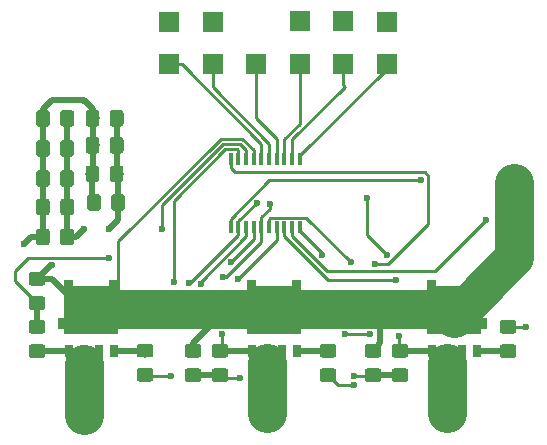
<source format=gbr>
G04 #@! TF.GenerationSoftware,KiCad,Pcbnew,(5.1.4)-1*
G04 #@! TF.CreationDate,2019-11-24T23:21:18+05:30*
G04 #@! TF.ProjectId,half_bridge_fd6288_v3.0,68616c66-5f62-4726-9964-67655f666436,rev?*
G04 #@! TF.SameCoordinates,Original*
G04 #@! TF.FileFunction,Copper,L1,Top*
G04 #@! TF.FilePolarity,Positive*
%FSLAX46Y46*%
G04 Gerber Fmt 4.6, Leading zero omitted, Abs format (unit mm)*
G04 Created by KiCad (PCBNEW (5.1.4)-1) date 2019-11-24 23:21:18*
%MOMM*%
%LPD*%
G04 APERTURE LIST*
%ADD10C,0.150000*%
%ADD11C,1.150000*%
%ADD12R,0.750000X1.000000*%
%ADD13C,1.524000*%
%ADD14R,1.700000X1.700000*%
%ADD15R,0.400000X1.000000*%
%ADD16C,0.600000*%
%ADD17C,0.800000*%
%ADD18C,3.290000*%
%ADD19C,0.250000*%
%ADD20C,0.500000*%
G04 APERTURE END LIST*
D10*
G36*
X41488505Y-100266204D02*
G01*
X41512773Y-100269804D01*
X41536572Y-100275765D01*
X41559671Y-100284030D01*
X41581850Y-100294520D01*
X41602893Y-100307132D01*
X41622599Y-100321747D01*
X41640777Y-100338223D01*
X41657253Y-100356401D01*
X41671868Y-100376107D01*
X41684480Y-100397150D01*
X41694970Y-100419329D01*
X41703235Y-100442428D01*
X41709196Y-100466227D01*
X41712796Y-100490495D01*
X41714000Y-100514999D01*
X41714000Y-101415001D01*
X41712796Y-101439505D01*
X41709196Y-101463773D01*
X41703235Y-101487572D01*
X41694970Y-101510671D01*
X41684480Y-101532850D01*
X41671868Y-101553893D01*
X41657253Y-101573599D01*
X41640777Y-101591777D01*
X41622599Y-101608253D01*
X41602893Y-101622868D01*
X41581850Y-101635480D01*
X41559671Y-101645970D01*
X41536572Y-101654235D01*
X41512773Y-101660196D01*
X41488505Y-101663796D01*
X41464001Y-101665000D01*
X40813999Y-101665000D01*
X40789495Y-101663796D01*
X40765227Y-101660196D01*
X40741428Y-101654235D01*
X40718329Y-101645970D01*
X40696150Y-101635480D01*
X40675107Y-101622868D01*
X40655401Y-101608253D01*
X40637223Y-101591777D01*
X40620747Y-101573599D01*
X40606132Y-101553893D01*
X40593520Y-101532850D01*
X40583030Y-101510671D01*
X40574765Y-101487572D01*
X40568804Y-101463773D01*
X40565204Y-101439505D01*
X40564000Y-101415001D01*
X40564000Y-100514999D01*
X40565204Y-100490495D01*
X40568804Y-100466227D01*
X40574765Y-100442428D01*
X40583030Y-100419329D01*
X40593520Y-100397150D01*
X40606132Y-100376107D01*
X40620747Y-100356401D01*
X40637223Y-100338223D01*
X40655401Y-100321747D01*
X40675107Y-100307132D01*
X40696150Y-100294520D01*
X40718329Y-100284030D01*
X40741428Y-100275765D01*
X40765227Y-100269804D01*
X40789495Y-100266204D01*
X40813999Y-100265000D01*
X41464001Y-100265000D01*
X41488505Y-100266204D01*
X41488505Y-100266204D01*
G37*
D11*
X41139000Y-100965000D03*
D10*
G36*
X43538505Y-100266204D02*
G01*
X43562773Y-100269804D01*
X43586572Y-100275765D01*
X43609671Y-100284030D01*
X43631850Y-100294520D01*
X43652893Y-100307132D01*
X43672599Y-100321747D01*
X43690777Y-100338223D01*
X43707253Y-100356401D01*
X43721868Y-100376107D01*
X43734480Y-100397150D01*
X43744970Y-100419329D01*
X43753235Y-100442428D01*
X43759196Y-100466227D01*
X43762796Y-100490495D01*
X43764000Y-100514999D01*
X43764000Y-101415001D01*
X43762796Y-101439505D01*
X43759196Y-101463773D01*
X43753235Y-101487572D01*
X43744970Y-101510671D01*
X43734480Y-101532850D01*
X43721868Y-101553893D01*
X43707253Y-101573599D01*
X43690777Y-101591777D01*
X43672599Y-101608253D01*
X43652893Y-101622868D01*
X43631850Y-101635480D01*
X43609671Y-101645970D01*
X43586572Y-101654235D01*
X43562773Y-101660196D01*
X43538505Y-101663796D01*
X43514001Y-101665000D01*
X42863999Y-101665000D01*
X42839495Y-101663796D01*
X42815227Y-101660196D01*
X42791428Y-101654235D01*
X42768329Y-101645970D01*
X42746150Y-101635480D01*
X42725107Y-101622868D01*
X42705401Y-101608253D01*
X42687223Y-101591777D01*
X42670747Y-101573599D01*
X42656132Y-101553893D01*
X42643520Y-101532850D01*
X42633030Y-101510671D01*
X42624765Y-101487572D01*
X42618804Y-101463773D01*
X42615204Y-101439505D01*
X42614000Y-101415001D01*
X42614000Y-100514999D01*
X42615204Y-100490495D01*
X42618804Y-100466227D01*
X42624765Y-100442428D01*
X42633030Y-100419329D01*
X42643520Y-100397150D01*
X42656132Y-100376107D01*
X42670747Y-100356401D01*
X42687223Y-100338223D01*
X42705401Y-100321747D01*
X42725107Y-100307132D01*
X42746150Y-100294520D01*
X42768329Y-100284030D01*
X42791428Y-100275765D01*
X42815227Y-100269804D01*
X42839495Y-100266204D01*
X42863999Y-100265000D01*
X43514001Y-100265000D01*
X43538505Y-100266204D01*
X43538505Y-100266204D01*
G37*
D11*
X43189000Y-100965000D03*
D10*
G36*
X43547505Y-95186204D02*
G01*
X43571773Y-95189804D01*
X43595572Y-95195765D01*
X43618671Y-95204030D01*
X43640850Y-95214520D01*
X43661893Y-95227132D01*
X43681599Y-95241747D01*
X43699777Y-95258223D01*
X43716253Y-95276401D01*
X43730868Y-95296107D01*
X43743480Y-95317150D01*
X43753970Y-95339329D01*
X43762235Y-95362428D01*
X43768196Y-95386227D01*
X43771796Y-95410495D01*
X43773000Y-95434999D01*
X43773000Y-96335001D01*
X43771796Y-96359505D01*
X43768196Y-96383773D01*
X43762235Y-96407572D01*
X43753970Y-96430671D01*
X43743480Y-96452850D01*
X43730868Y-96473893D01*
X43716253Y-96493599D01*
X43699777Y-96511777D01*
X43681599Y-96528253D01*
X43661893Y-96542868D01*
X43640850Y-96555480D01*
X43618671Y-96565970D01*
X43595572Y-96574235D01*
X43571773Y-96580196D01*
X43547505Y-96583796D01*
X43523001Y-96585000D01*
X42872999Y-96585000D01*
X42848495Y-96583796D01*
X42824227Y-96580196D01*
X42800428Y-96574235D01*
X42777329Y-96565970D01*
X42755150Y-96555480D01*
X42734107Y-96542868D01*
X42714401Y-96528253D01*
X42696223Y-96511777D01*
X42679747Y-96493599D01*
X42665132Y-96473893D01*
X42652520Y-96452850D01*
X42642030Y-96430671D01*
X42633765Y-96407572D01*
X42627804Y-96383773D01*
X42624204Y-96359505D01*
X42623000Y-96335001D01*
X42623000Y-95434999D01*
X42624204Y-95410495D01*
X42627804Y-95386227D01*
X42633765Y-95362428D01*
X42642030Y-95339329D01*
X42652520Y-95317150D01*
X42665132Y-95296107D01*
X42679747Y-95276401D01*
X42696223Y-95258223D01*
X42714401Y-95241747D01*
X42734107Y-95227132D01*
X42755150Y-95214520D01*
X42777329Y-95204030D01*
X42800428Y-95195765D01*
X42824227Y-95189804D01*
X42848495Y-95186204D01*
X42872999Y-95185000D01*
X43523001Y-95185000D01*
X43547505Y-95186204D01*
X43547505Y-95186204D01*
G37*
D11*
X43198000Y-95885000D03*
D10*
G36*
X41497505Y-95186204D02*
G01*
X41521773Y-95189804D01*
X41545572Y-95195765D01*
X41568671Y-95204030D01*
X41590850Y-95214520D01*
X41611893Y-95227132D01*
X41631599Y-95241747D01*
X41649777Y-95258223D01*
X41666253Y-95276401D01*
X41680868Y-95296107D01*
X41693480Y-95317150D01*
X41703970Y-95339329D01*
X41712235Y-95362428D01*
X41718196Y-95386227D01*
X41721796Y-95410495D01*
X41723000Y-95434999D01*
X41723000Y-96335001D01*
X41721796Y-96359505D01*
X41718196Y-96383773D01*
X41712235Y-96407572D01*
X41703970Y-96430671D01*
X41693480Y-96452850D01*
X41680868Y-96473893D01*
X41666253Y-96493599D01*
X41649777Y-96511777D01*
X41631599Y-96528253D01*
X41611893Y-96542868D01*
X41590850Y-96555480D01*
X41568671Y-96565970D01*
X41545572Y-96574235D01*
X41521773Y-96580196D01*
X41497505Y-96583796D01*
X41473001Y-96585000D01*
X40822999Y-96585000D01*
X40798495Y-96583796D01*
X40774227Y-96580196D01*
X40750428Y-96574235D01*
X40727329Y-96565970D01*
X40705150Y-96555480D01*
X40684107Y-96542868D01*
X40664401Y-96528253D01*
X40646223Y-96511777D01*
X40629747Y-96493599D01*
X40615132Y-96473893D01*
X40602520Y-96452850D01*
X40592030Y-96430671D01*
X40583765Y-96407572D01*
X40577804Y-96383773D01*
X40574204Y-96359505D01*
X40573000Y-96335001D01*
X40573000Y-95434999D01*
X40574204Y-95410495D01*
X40577804Y-95386227D01*
X40583765Y-95362428D01*
X40592030Y-95339329D01*
X40602520Y-95317150D01*
X40615132Y-95296107D01*
X40629747Y-95276401D01*
X40646223Y-95258223D01*
X40664401Y-95241747D01*
X40684107Y-95227132D01*
X40705150Y-95214520D01*
X40727329Y-95204030D01*
X40750428Y-95195765D01*
X40774227Y-95189804D01*
X40798495Y-95186204D01*
X40822999Y-95185000D01*
X41473001Y-95185000D01*
X41497505Y-95186204D01*
X41497505Y-95186204D01*
G37*
D11*
X41148000Y-95885000D03*
D10*
G36*
X41479505Y-105219204D02*
G01*
X41503773Y-105222804D01*
X41527572Y-105228765D01*
X41550671Y-105237030D01*
X41572850Y-105247520D01*
X41593893Y-105260132D01*
X41613599Y-105274747D01*
X41631777Y-105291223D01*
X41648253Y-105309401D01*
X41662868Y-105329107D01*
X41675480Y-105350150D01*
X41685970Y-105372329D01*
X41694235Y-105395428D01*
X41700196Y-105419227D01*
X41703796Y-105443495D01*
X41705000Y-105467999D01*
X41705000Y-106368001D01*
X41703796Y-106392505D01*
X41700196Y-106416773D01*
X41694235Y-106440572D01*
X41685970Y-106463671D01*
X41675480Y-106485850D01*
X41662868Y-106506893D01*
X41648253Y-106526599D01*
X41631777Y-106544777D01*
X41613599Y-106561253D01*
X41593893Y-106575868D01*
X41572850Y-106588480D01*
X41550671Y-106598970D01*
X41527572Y-106607235D01*
X41503773Y-106613196D01*
X41479505Y-106616796D01*
X41455001Y-106618000D01*
X40804999Y-106618000D01*
X40780495Y-106616796D01*
X40756227Y-106613196D01*
X40732428Y-106607235D01*
X40709329Y-106598970D01*
X40687150Y-106588480D01*
X40666107Y-106575868D01*
X40646401Y-106561253D01*
X40628223Y-106544777D01*
X40611747Y-106526599D01*
X40597132Y-106506893D01*
X40584520Y-106485850D01*
X40574030Y-106463671D01*
X40565765Y-106440572D01*
X40559804Y-106416773D01*
X40556204Y-106392505D01*
X40555000Y-106368001D01*
X40555000Y-105467999D01*
X40556204Y-105443495D01*
X40559804Y-105419227D01*
X40565765Y-105395428D01*
X40574030Y-105372329D01*
X40584520Y-105350150D01*
X40597132Y-105329107D01*
X40611747Y-105309401D01*
X40628223Y-105291223D01*
X40646401Y-105274747D01*
X40666107Y-105260132D01*
X40687150Y-105247520D01*
X40709329Y-105237030D01*
X40732428Y-105228765D01*
X40756227Y-105222804D01*
X40780495Y-105219204D01*
X40804999Y-105218000D01*
X41455001Y-105218000D01*
X41479505Y-105219204D01*
X41479505Y-105219204D01*
G37*
D11*
X41130000Y-105918000D03*
D10*
G36*
X43529505Y-105219204D02*
G01*
X43553773Y-105222804D01*
X43577572Y-105228765D01*
X43600671Y-105237030D01*
X43622850Y-105247520D01*
X43643893Y-105260132D01*
X43663599Y-105274747D01*
X43681777Y-105291223D01*
X43698253Y-105309401D01*
X43712868Y-105329107D01*
X43725480Y-105350150D01*
X43735970Y-105372329D01*
X43744235Y-105395428D01*
X43750196Y-105419227D01*
X43753796Y-105443495D01*
X43755000Y-105467999D01*
X43755000Y-106368001D01*
X43753796Y-106392505D01*
X43750196Y-106416773D01*
X43744235Y-106440572D01*
X43735970Y-106463671D01*
X43725480Y-106485850D01*
X43712868Y-106506893D01*
X43698253Y-106526599D01*
X43681777Y-106544777D01*
X43663599Y-106561253D01*
X43643893Y-106575868D01*
X43622850Y-106588480D01*
X43600671Y-106598970D01*
X43577572Y-106607235D01*
X43553773Y-106613196D01*
X43529505Y-106616796D01*
X43505001Y-106618000D01*
X42854999Y-106618000D01*
X42830495Y-106616796D01*
X42806227Y-106613196D01*
X42782428Y-106607235D01*
X42759329Y-106598970D01*
X42737150Y-106588480D01*
X42716107Y-106575868D01*
X42696401Y-106561253D01*
X42678223Y-106544777D01*
X42661747Y-106526599D01*
X42647132Y-106506893D01*
X42634520Y-106485850D01*
X42624030Y-106463671D01*
X42615765Y-106440572D01*
X42609804Y-106416773D01*
X42606204Y-106392505D01*
X42605000Y-106368001D01*
X42605000Y-105467999D01*
X42606204Y-105443495D01*
X42609804Y-105419227D01*
X42615765Y-105395428D01*
X42624030Y-105372329D01*
X42634520Y-105350150D01*
X42647132Y-105329107D01*
X42661747Y-105309401D01*
X42678223Y-105291223D01*
X42696401Y-105274747D01*
X42716107Y-105260132D01*
X42737150Y-105247520D01*
X42759329Y-105237030D01*
X42782428Y-105228765D01*
X42806227Y-105222804D01*
X42830495Y-105219204D01*
X42854999Y-105218000D01*
X43505001Y-105218000D01*
X43529505Y-105219204D01*
X43529505Y-105219204D01*
G37*
D11*
X43180000Y-105918000D03*
D10*
G36*
X47738505Y-95186204D02*
G01*
X47762773Y-95189804D01*
X47786572Y-95195765D01*
X47809671Y-95204030D01*
X47831850Y-95214520D01*
X47852893Y-95227132D01*
X47872599Y-95241747D01*
X47890777Y-95258223D01*
X47907253Y-95276401D01*
X47921868Y-95296107D01*
X47934480Y-95317150D01*
X47944970Y-95339329D01*
X47953235Y-95362428D01*
X47959196Y-95386227D01*
X47962796Y-95410495D01*
X47964000Y-95434999D01*
X47964000Y-96335001D01*
X47962796Y-96359505D01*
X47959196Y-96383773D01*
X47953235Y-96407572D01*
X47944970Y-96430671D01*
X47934480Y-96452850D01*
X47921868Y-96473893D01*
X47907253Y-96493599D01*
X47890777Y-96511777D01*
X47872599Y-96528253D01*
X47852893Y-96542868D01*
X47831850Y-96555480D01*
X47809671Y-96565970D01*
X47786572Y-96574235D01*
X47762773Y-96580196D01*
X47738505Y-96583796D01*
X47714001Y-96585000D01*
X47063999Y-96585000D01*
X47039495Y-96583796D01*
X47015227Y-96580196D01*
X46991428Y-96574235D01*
X46968329Y-96565970D01*
X46946150Y-96555480D01*
X46925107Y-96542868D01*
X46905401Y-96528253D01*
X46887223Y-96511777D01*
X46870747Y-96493599D01*
X46856132Y-96473893D01*
X46843520Y-96452850D01*
X46833030Y-96430671D01*
X46824765Y-96407572D01*
X46818804Y-96383773D01*
X46815204Y-96359505D01*
X46814000Y-96335001D01*
X46814000Y-95434999D01*
X46815204Y-95410495D01*
X46818804Y-95386227D01*
X46824765Y-95362428D01*
X46833030Y-95339329D01*
X46843520Y-95317150D01*
X46856132Y-95296107D01*
X46870747Y-95276401D01*
X46887223Y-95258223D01*
X46905401Y-95241747D01*
X46925107Y-95227132D01*
X46946150Y-95214520D01*
X46968329Y-95204030D01*
X46991428Y-95195765D01*
X47015227Y-95189804D01*
X47039495Y-95186204D01*
X47063999Y-95185000D01*
X47714001Y-95185000D01*
X47738505Y-95186204D01*
X47738505Y-95186204D01*
G37*
D11*
X47389000Y-95885000D03*
D10*
G36*
X45688505Y-95186204D02*
G01*
X45712773Y-95189804D01*
X45736572Y-95195765D01*
X45759671Y-95204030D01*
X45781850Y-95214520D01*
X45802893Y-95227132D01*
X45822599Y-95241747D01*
X45840777Y-95258223D01*
X45857253Y-95276401D01*
X45871868Y-95296107D01*
X45884480Y-95317150D01*
X45894970Y-95339329D01*
X45903235Y-95362428D01*
X45909196Y-95386227D01*
X45912796Y-95410495D01*
X45914000Y-95434999D01*
X45914000Y-96335001D01*
X45912796Y-96359505D01*
X45909196Y-96383773D01*
X45903235Y-96407572D01*
X45894970Y-96430671D01*
X45884480Y-96452850D01*
X45871868Y-96473893D01*
X45857253Y-96493599D01*
X45840777Y-96511777D01*
X45822599Y-96528253D01*
X45802893Y-96542868D01*
X45781850Y-96555480D01*
X45759671Y-96565970D01*
X45736572Y-96574235D01*
X45712773Y-96580196D01*
X45688505Y-96583796D01*
X45664001Y-96585000D01*
X45013999Y-96585000D01*
X44989495Y-96583796D01*
X44965227Y-96580196D01*
X44941428Y-96574235D01*
X44918329Y-96565970D01*
X44896150Y-96555480D01*
X44875107Y-96542868D01*
X44855401Y-96528253D01*
X44837223Y-96511777D01*
X44820747Y-96493599D01*
X44806132Y-96473893D01*
X44793520Y-96452850D01*
X44783030Y-96430671D01*
X44774765Y-96407572D01*
X44768804Y-96383773D01*
X44765204Y-96359505D01*
X44764000Y-96335001D01*
X44764000Y-95434999D01*
X44765204Y-95410495D01*
X44768804Y-95386227D01*
X44774765Y-95362428D01*
X44783030Y-95339329D01*
X44793520Y-95317150D01*
X44806132Y-95296107D01*
X44820747Y-95276401D01*
X44837223Y-95258223D01*
X44855401Y-95241747D01*
X44875107Y-95227132D01*
X44896150Y-95214520D01*
X44918329Y-95204030D01*
X44941428Y-95195765D01*
X44965227Y-95189804D01*
X44989495Y-95186204D01*
X45013999Y-95185000D01*
X45664001Y-95185000D01*
X45688505Y-95186204D01*
X45688505Y-95186204D01*
G37*
D11*
X45339000Y-95885000D03*
D10*
G36*
X41488505Y-102679204D02*
G01*
X41512773Y-102682804D01*
X41536572Y-102688765D01*
X41559671Y-102697030D01*
X41581850Y-102707520D01*
X41602893Y-102720132D01*
X41622599Y-102734747D01*
X41640777Y-102751223D01*
X41657253Y-102769401D01*
X41671868Y-102789107D01*
X41684480Y-102810150D01*
X41694970Y-102832329D01*
X41703235Y-102855428D01*
X41709196Y-102879227D01*
X41712796Y-102903495D01*
X41714000Y-102927999D01*
X41714000Y-103828001D01*
X41712796Y-103852505D01*
X41709196Y-103876773D01*
X41703235Y-103900572D01*
X41694970Y-103923671D01*
X41684480Y-103945850D01*
X41671868Y-103966893D01*
X41657253Y-103986599D01*
X41640777Y-104004777D01*
X41622599Y-104021253D01*
X41602893Y-104035868D01*
X41581850Y-104048480D01*
X41559671Y-104058970D01*
X41536572Y-104067235D01*
X41512773Y-104073196D01*
X41488505Y-104076796D01*
X41464001Y-104078000D01*
X40813999Y-104078000D01*
X40789495Y-104076796D01*
X40765227Y-104073196D01*
X40741428Y-104067235D01*
X40718329Y-104058970D01*
X40696150Y-104048480D01*
X40675107Y-104035868D01*
X40655401Y-104021253D01*
X40637223Y-104004777D01*
X40620747Y-103986599D01*
X40606132Y-103966893D01*
X40593520Y-103945850D01*
X40583030Y-103923671D01*
X40574765Y-103900572D01*
X40568804Y-103876773D01*
X40565204Y-103852505D01*
X40564000Y-103828001D01*
X40564000Y-102927999D01*
X40565204Y-102903495D01*
X40568804Y-102879227D01*
X40574765Y-102855428D01*
X40583030Y-102832329D01*
X40593520Y-102810150D01*
X40606132Y-102789107D01*
X40620747Y-102769401D01*
X40637223Y-102751223D01*
X40655401Y-102734747D01*
X40675107Y-102720132D01*
X40696150Y-102707520D01*
X40718329Y-102697030D01*
X40741428Y-102688765D01*
X40765227Y-102682804D01*
X40789495Y-102679204D01*
X40813999Y-102678000D01*
X41464001Y-102678000D01*
X41488505Y-102679204D01*
X41488505Y-102679204D01*
G37*
D11*
X41139000Y-103378000D03*
D10*
G36*
X43538505Y-102679204D02*
G01*
X43562773Y-102682804D01*
X43586572Y-102688765D01*
X43609671Y-102697030D01*
X43631850Y-102707520D01*
X43652893Y-102720132D01*
X43672599Y-102734747D01*
X43690777Y-102751223D01*
X43707253Y-102769401D01*
X43721868Y-102789107D01*
X43734480Y-102810150D01*
X43744970Y-102832329D01*
X43753235Y-102855428D01*
X43759196Y-102879227D01*
X43762796Y-102903495D01*
X43764000Y-102927999D01*
X43764000Y-103828001D01*
X43762796Y-103852505D01*
X43759196Y-103876773D01*
X43753235Y-103900572D01*
X43744970Y-103923671D01*
X43734480Y-103945850D01*
X43721868Y-103966893D01*
X43707253Y-103986599D01*
X43690777Y-104004777D01*
X43672599Y-104021253D01*
X43652893Y-104035868D01*
X43631850Y-104048480D01*
X43609671Y-104058970D01*
X43586572Y-104067235D01*
X43562773Y-104073196D01*
X43538505Y-104076796D01*
X43514001Y-104078000D01*
X42863999Y-104078000D01*
X42839495Y-104076796D01*
X42815227Y-104073196D01*
X42791428Y-104067235D01*
X42768329Y-104058970D01*
X42746150Y-104048480D01*
X42725107Y-104035868D01*
X42705401Y-104021253D01*
X42687223Y-104004777D01*
X42670747Y-103986599D01*
X42656132Y-103966893D01*
X42643520Y-103945850D01*
X42633030Y-103923671D01*
X42624765Y-103900572D01*
X42618804Y-103876773D01*
X42615204Y-103852505D01*
X42614000Y-103828001D01*
X42614000Y-102927999D01*
X42615204Y-102903495D01*
X42618804Y-102879227D01*
X42624765Y-102855428D01*
X42633030Y-102832329D01*
X42643520Y-102810150D01*
X42656132Y-102789107D01*
X42670747Y-102769401D01*
X42687223Y-102751223D01*
X42705401Y-102734747D01*
X42725107Y-102720132D01*
X42746150Y-102707520D01*
X42768329Y-102697030D01*
X42791428Y-102688765D01*
X42815227Y-102682804D01*
X42839495Y-102679204D01*
X42863999Y-102678000D01*
X43514001Y-102678000D01*
X43538505Y-102679204D01*
X43538505Y-102679204D01*
G37*
D11*
X43189000Y-103378000D03*
D10*
G36*
X43538505Y-97726204D02*
G01*
X43562773Y-97729804D01*
X43586572Y-97735765D01*
X43609671Y-97744030D01*
X43631850Y-97754520D01*
X43652893Y-97767132D01*
X43672599Y-97781747D01*
X43690777Y-97798223D01*
X43707253Y-97816401D01*
X43721868Y-97836107D01*
X43734480Y-97857150D01*
X43744970Y-97879329D01*
X43753235Y-97902428D01*
X43759196Y-97926227D01*
X43762796Y-97950495D01*
X43764000Y-97974999D01*
X43764000Y-98875001D01*
X43762796Y-98899505D01*
X43759196Y-98923773D01*
X43753235Y-98947572D01*
X43744970Y-98970671D01*
X43734480Y-98992850D01*
X43721868Y-99013893D01*
X43707253Y-99033599D01*
X43690777Y-99051777D01*
X43672599Y-99068253D01*
X43652893Y-99082868D01*
X43631850Y-99095480D01*
X43609671Y-99105970D01*
X43586572Y-99114235D01*
X43562773Y-99120196D01*
X43538505Y-99123796D01*
X43514001Y-99125000D01*
X42863999Y-99125000D01*
X42839495Y-99123796D01*
X42815227Y-99120196D01*
X42791428Y-99114235D01*
X42768329Y-99105970D01*
X42746150Y-99095480D01*
X42725107Y-99082868D01*
X42705401Y-99068253D01*
X42687223Y-99051777D01*
X42670747Y-99033599D01*
X42656132Y-99013893D01*
X42643520Y-98992850D01*
X42633030Y-98970671D01*
X42624765Y-98947572D01*
X42618804Y-98923773D01*
X42615204Y-98899505D01*
X42614000Y-98875001D01*
X42614000Y-97974999D01*
X42615204Y-97950495D01*
X42618804Y-97926227D01*
X42624765Y-97902428D01*
X42633030Y-97879329D01*
X42643520Y-97857150D01*
X42656132Y-97836107D01*
X42670747Y-97816401D01*
X42687223Y-97798223D01*
X42705401Y-97781747D01*
X42725107Y-97767132D01*
X42746150Y-97754520D01*
X42768329Y-97744030D01*
X42791428Y-97735765D01*
X42815227Y-97729804D01*
X42839495Y-97726204D01*
X42863999Y-97725000D01*
X43514001Y-97725000D01*
X43538505Y-97726204D01*
X43538505Y-97726204D01*
G37*
D11*
X43189000Y-98425000D03*
D10*
G36*
X41488505Y-97726204D02*
G01*
X41512773Y-97729804D01*
X41536572Y-97735765D01*
X41559671Y-97744030D01*
X41581850Y-97754520D01*
X41602893Y-97767132D01*
X41622599Y-97781747D01*
X41640777Y-97798223D01*
X41657253Y-97816401D01*
X41671868Y-97836107D01*
X41684480Y-97857150D01*
X41694970Y-97879329D01*
X41703235Y-97902428D01*
X41709196Y-97926227D01*
X41712796Y-97950495D01*
X41714000Y-97974999D01*
X41714000Y-98875001D01*
X41712796Y-98899505D01*
X41709196Y-98923773D01*
X41703235Y-98947572D01*
X41694970Y-98970671D01*
X41684480Y-98992850D01*
X41671868Y-99013893D01*
X41657253Y-99033599D01*
X41640777Y-99051777D01*
X41622599Y-99068253D01*
X41602893Y-99082868D01*
X41581850Y-99095480D01*
X41559671Y-99105970D01*
X41536572Y-99114235D01*
X41512773Y-99120196D01*
X41488505Y-99123796D01*
X41464001Y-99125000D01*
X40813999Y-99125000D01*
X40789495Y-99123796D01*
X40765227Y-99120196D01*
X40741428Y-99114235D01*
X40718329Y-99105970D01*
X40696150Y-99095480D01*
X40675107Y-99082868D01*
X40655401Y-99068253D01*
X40637223Y-99051777D01*
X40620747Y-99033599D01*
X40606132Y-99013893D01*
X40593520Y-98992850D01*
X40583030Y-98970671D01*
X40574765Y-98947572D01*
X40568804Y-98923773D01*
X40565204Y-98899505D01*
X40564000Y-98875001D01*
X40564000Y-97974999D01*
X40565204Y-97950495D01*
X40568804Y-97926227D01*
X40574765Y-97902428D01*
X40583030Y-97879329D01*
X40593520Y-97857150D01*
X40606132Y-97836107D01*
X40620747Y-97816401D01*
X40637223Y-97798223D01*
X40655401Y-97781747D01*
X40675107Y-97767132D01*
X40696150Y-97754520D01*
X40718329Y-97744030D01*
X40741428Y-97735765D01*
X40765227Y-97729804D01*
X40789495Y-97726204D01*
X40813999Y-97725000D01*
X41464001Y-97725000D01*
X41488505Y-97726204D01*
X41488505Y-97726204D01*
G37*
D11*
X41139000Y-98425000D03*
D10*
G36*
X47738505Y-97472204D02*
G01*
X47762773Y-97475804D01*
X47786572Y-97481765D01*
X47809671Y-97490030D01*
X47831850Y-97500520D01*
X47852893Y-97513132D01*
X47872599Y-97527747D01*
X47890777Y-97544223D01*
X47907253Y-97562401D01*
X47921868Y-97582107D01*
X47934480Y-97603150D01*
X47944970Y-97625329D01*
X47953235Y-97648428D01*
X47959196Y-97672227D01*
X47962796Y-97696495D01*
X47964000Y-97720999D01*
X47964000Y-98621001D01*
X47962796Y-98645505D01*
X47959196Y-98669773D01*
X47953235Y-98693572D01*
X47944970Y-98716671D01*
X47934480Y-98738850D01*
X47921868Y-98759893D01*
X47907253Y-98779599D01*
X47890777Y-98797777D01*
X47872599Y-98814253D01*
X47852893Y-98828868D01*
X47831850Y-98841480D01*
X47809671Y-98851970D01*
X47786572Y-98860235D01*
X47762773Y-98866196D01*
X47738505Y-98869796D01*
X47714001Y-98871000D01*
X47063999Y-98871000D01*
X47039495Y-98869796D01*
X47015227Y-98866196D01*
X46991428Y-98860235D01*
X46968329Y-98851970D01*
X46946150Y-98841480D01*
X46925107Y-98828868D01*
X46905401Y-98814253D01*
X46887223Y-98797777D01*
X46870747Y-98779599D01*
X46856132Y-98759893D01*
X46843520Y-98738850D01*
X46833030Y-98716671D01*
X46824765Y-98693572D01*
X46818804Y-98669773D01*
X46815204Y-98645505D01*
X46814000Y-98621001D01*
X46814000Y-97720999D01*
X46815204Y-97696495D01*
X46818804Y-97672227D01*
X46824765Y-97648428D01*
X46833030Y-97625329D01*
X46843520Y-97603150D01*
X46856132Y-97582107D01*
X46870747Y-97562401D01*
X46887223Y-97544223D01*
X46905401Y-97527747D01*
X46925107Y-97513132D01*
X46946150Y-97500520D01*
X46968329Y-97490030D01*
X46991428Y-97481765D01*
X47015227Y-97475804D01*
X47039495Y-97472204D01*
X47063999Y-97471000D01*
X47714001Y-97471000D01*
X47738505Y-97472204D01*
X47738505Y-97472204D01*
G37*
D11*
X47389000Y-98171000D03*
D10*
G36*
X45688505Y-97472204D02*
G01*
X45712773Y-97475804D01*
X45736572Y-97481765D01*
X45759671Y-97490030D01*
X45781850Y-97500520D01*
X45802893Y-97513132D01*
X45822599Y-97527747D01*
X45840777Y-97544223D01*
X45857253Y-97562401D01*
X45871868Y-97582107D01*
X45884480Y-97603150D01*
X45894970Y-97625329D01*
X45903235Y-97648428D01*
X45909196Y-97672227D01*
X45912796Y-97696495D01*
X45914000Y-97720999D01*
X45914000Y-98621001D01*
X45912796Y-98645505D01*
X45909196Y-98669773D01*
X45903235Y-98693572D01*
X45894970Y-98716671D01*
X45884480Y-98738850D01*
X45871868Y-98759893D01*
X45857253Y-98779599D01*
X45840777Y-98797777D01*
X45822599Y-98814253D01*
X45802893Y-98828868D01*
X45781850Y-98841480D01*
X45759671Y-98851970D01*
X45736572Y-98860235D01*
X45712773Y-98866196D01*
X45688505Y-98869796D01*
X45664001Y-98871000D01*
X45013999Y-98871000D01*
X44989495Y-98869796D01*
X44965227Y-98866196D01*
X44941428Y-98860235D01*
X44918329Y-98851970D01*
X44896150Y-98841480D01*
X44875107Y-98828868D01*
X44855401Y-98814253D01*
X44837223Y-98797777D01*
X44820747Y-98779599D01*
X44806132Y-98759893D01*
X44793520Y-98738850D01*
X44783030Y-98716671D01*
X44774765Y-98693572D01*
X44768804Y-98669773D01*
X44765204Y-98645505D01*
X44764000Y-98621001D01*
X44764000Y-97720999D01*
X44765204Y-97696495D01*
X44768804Y-97672227D01*
X44774765Y-97648428D01*
X44783030Y-97625329D01*
X44793520Y-97603150D01*
X44806132Y-97582107D01*
X44820747Y-97562401D01*
X44837223Y-97544223D01*
X44855401Y-97527747D01*
X44875107Y-97513132D01*
X44896150Y-97500520D01*
X44918329Y-97490030D01*
X44941428Y-97481765D01*
X44965227Y-97475804D01*
X44989495Y-97472204D01*
X45013999Y-97471000D01*
X45664001Y-97471000D01*
X45688505Y-97472204D01*
X45688505Y-97472204D01*
G37*
D11*
X45339000Y-98171000D03*
D10*
G36*
X45679505Y-99885204D02*
G01*
X45703773Y-99888804D01*
X45727572Y-99894765D01*
X45750671Y-99903030D01*
X45772850Y-99913520D01*
X45793893Y-99926132D01*
X45813599Y-99940747D01*
X45831777Y-99957223D01*
X45848253Y-99975401D01*
X45862868Y-99995107D01*
X45875480Y-100016150D01*
X45885970Y-100038329D01*
X45894235Y-100061428D01*
X45900196Y-100085227D01*
X45903796Y-100109495D01*
X45905000Y-100133999D01*
X45905000Y-101034001D01*
X45903796Y-101058505D01*
X45900196Y-101082773D01*
X45894235Y-101106572D01*
X45885970Y-101129671D01*
X45875480Y-101151850D01*
X45862868Y-101172893D01*
X45848253Y-101192599D01*
X45831777Y-101210777D01*
X45813599Y-101227253D01*
X45793893Y-101241868D01*
X45772850Y-101254480D01*
X45750671Y-101264970D01*
X45727572Y-101273235D01*
X45703773Y-101279196D01*
X45679505Y-101282796D01*
X45655001Y-101284000D01*
X45004999Y-101284000D01*
X44980495Y-101282796D01*
X44956227Y-101279196D01*
X44932428Y-101273235D01*
X44909329Y-101264970D01*
X44887150Y-101254480D01*
X44866107Y-101241868D01*
X44846401Y-101227253D01*
X44828223Y-101210777D01*
X44811747Y-101192599D01*
X44797132Y-101172893D01*
X44784520Y-101151850D01*
X44774030Y-101129671D01*
X44765765Y-101106572D01*
X44759804Y-101082773D01*
X44756204Y-101058505D01*
X44755000Y-101034001D01*
X44755000Y-100133999D01*
X44756204Y-100109495D01*
X44759804Y-100085227D01*
X44765765Y-100061428D01*
X44774030Y-100038329D01*
X44784520Y-100016150D01*
X44797132Y-99995107D01*
X44811747Y-99975401D01*
X44828223Y-99957223D01*
X44846401Y-99940747D01*
X44866107Y-99926132D01*
X44887150Y-99913520D01*
X44909329Y-99903030D01*
X44932428Y-99894765D01*
X44956227Y-99888804D01*
X44980495Y-99885204D01*
X45004999Y-99884000D01*
X45655001Y-99884000D01*
X45679505Y-99885204D01*
X45679505Y-99885204D01*
G37*
D11*
X45330000Y-100584000D03*
D10*
G36*
X47729505Y-99885204D02*
G01*
X47753773Y-99888804D01*
X47777572Y-99894765D01*
X47800671Y-99903030D01*
X47822850Y-99913520D01*
X47843893Y-99926132D01*
X47863599Y-99940747D01*
X47881777Y-99957223D01*
X47898253Y-99975401D01*
X47912868Y-99995107D01*
X47925480Y-100016150D01*
X47935970Y-100038329D01*
X47944235Y-100061428D01*
X47950196Y-100085227D01*
X47953796Y-100109495D01*
X47955000Y-100133999D01*
X47955000Y-101034001D01*
X47953796Y-101058505D01*
X47950196Y-101082773D01*
X47944235Y-101106572D01*
X47935970Y-101129671D01*
X47925480Y-101151850D01*
X47912868Y-101172893D01*
X47898253Y-101192599D01*
X47881777Y-101210777D01*
X47863599Y-101227253D01*
X47843893Y-101241868D01*
X47822850Y-101254480D01*
X47800671Y-101264970D01*
X47777572Y-101273235D01*
X47753773Y-101279196D01*
X47729505Y-101282796D01*
X47705001Y-101284000D01*
X47054999Y-101284000D01*
X47030495Y-101282796D01*
X47006227Y-101279196D01*
X46982428Y-101273235D01*
X46959329Y-101264970D01*
X46937150Y-101254480D01*
X46916107Y-101241868D01*
X46896401Y-101227253D01*
X46878223Y-101210777D01*
X46861747Y-101192599D01*
X46847132Y-101172893D01*
X46834520Y-101151850D01*
X46824030Y-101129671D01*
X46815765Y-101106572D01*
X46809804Y-101082773D01*
X46806204Y-101058505D01*
X46805000Y-101034001D01*
X46805000Y-100133999D01*
X46806204Y-100109495D01*
X46809804Y-100085227D01*
X46815765Y-100061428D01*
X46824030Y-100038329D01*
X46834520Y-100016150D01*
X46847132Y-99995107D01*
X46861747Y-99975401D01*
X46878223Y-99957223D01*
X46896401Y-99940747D01*
X46916107Y-99926132D01*
X46937150Y-99913520D01*
X46959329Y-99903030D01*
X46982428Y-99894765D01*
X47006227Y-99888804D01*
X47030495Y-99885204D01*
X47054999Y-99884000D01*
X47705001Y-99884000D01*
X47729505Y-99885204D01*
X47729505Y-99885204D01*
G37*
D11*
X47380000Y-100584000D03*
D10*
G36*
X47856505Y-102298204D02*
G01*
X47880773Y-102301804D01*
X47904572Y-102307765D01*
X47927671Y-102316030D01*
X47949850Y-102326520D01*
X47970893Y-102339132D01*
X47990599Y-102353747D01*
X48008777Y-102370223D01*
X48025253Y-102388401D01*
X48039868Y-102408107D01*
X48052480Y-102429150D01*
X48062970Y-102451329D01*
X48071235Y-102474428D01*
X48077196Y-102498227D01*
X48080796Y-102522495D01*
X48082000Y-102546999D01*
X48082000Y-103447001D01*
X48080796Y-103471505D01*
X48077196Y-103495773D01*
X48071235Y-103519572D01*
X48062970Y-103542671D01*
X48052480Y-103564850D01*
X48039868Y-103585893D01*
X48025253Y-103605599D01*
X48008777Y-103623777D01*
X47990599Y-103640253D01*
X47970893Y-103654868D01*
X47949850Y-103667480D01*
X47927671Y-103677970D01*
X47904572Y-103686235D01*
X47880773Y-103692196D01*
X47856505Y-103695796D01*
X47832001Y-103697000D01*
X47181999Y-103697000D01*
X47157495Y-103695796D01*
X47133227Y-103692196D01*
X47109428Y-103686235D01*
X47086329Y-103677970D01*
X47064150Y-103667480D01*
X47043107Y-103654868D01*
X47023401Y-103640253D01*
X47005223Y-103623777D01*
X46988747Y-103605599D01*
X46974132Y-103585893D01*
X46961520Y-103564850D01*
X46951030Y-103542671D01*
X46942765Y-103519572D01*
X46936804Y-103495773D01*
X46933204Y-103471505D01*
X46932000Y-103447001D01*
X46932000Y-102546999D01*
X46933204Y-102522495D01*
X46936804Y-102498227D01*
X46942765Y-102474428D01*
X46951030Y-102451329D01*
X46961520Y-102429150D01*
X46974132Y-102408107D01*
X46988747Y-102388401D01*
X47005223Y-102370223D01*
X47023401Y-102353747D01*
X47043107Y-102339132D01*
X47064150Y-102326520D01*
X47086329Y-102316030D01*
X47109428Y-102307765D01*
X47133227Y-102301804D01*
X47157495Y-102298204D01*
X47181999Y-102297000D01*
X47832001Y-102297000D01*
X47856505Y-102298204D01*
X47856505Y-102298204D01*
G37*
D11*
X47507000Y-102997000D03*
D10*
G36*
X45806505Y-102298204D02*
G01*
X45830773Y-102301804D01*
X45854572Y-102307765D01*
X45877671Y-102316030D01*
X45899850Y-102326520D01*
X45920893Y-102339132D01*
X45940599Y-102353747D01*
X45958777Y-102370223D01*
X45975253Y-102388401D01*
X45989868Y-102408107D01*
X46002480Y-102429150D01*
X46012970Y-102451329D01*
X46021235Y-102474428D01*
X46027196Y-102498227D01*
X46030796Y-102522495D01*
X46032000Y-102546999D01*
X46032000Y-103447001D01*
X46030796Y-103471505D01*
X46027196Y-103495773D01*
X46021235Y-103519572D01*
X46012970Y-103542671D01*
X46002480Y-103564850D01*
X45989868Y-103585893D01*
X45975253Y-103605599D01*
X45958777Y-103623777D01*
X45940599Y-103640253D01*
X45920893Y-103654868D01*
X45899850Y-103667480D01*
X45877671Y-103677970D01*
X45854572Y-103686235D01*
X45830773Y-103692196D01*
X45806505Y-103695796D01*
X45782001Y-103697000D01*
X45131999Y-103697000D01*
X45107495Y-103695796D01*
X45083227Y-103692196D01*
X45059428Y-103686235D01*
X45036329Y-103677970D01*
X45014150Y-103667480D01*
X44993107Y-103654868D01*
X44973401Y-103640253D01*
X44955223Y-103623777D01*
X44938747Y-103605599D01*
X44924132Y-103585893D01*
X44911520Y-103564850D01*
X44901030Y-103542671D01*
X44892765Y-103519572D01*
X44886804Y-103495773D01*
X44883204Y-103471505D01*
X44882000Y-103447001D01*
X44882000Y-102546999D01*
X44883204Y-102522495D01*
X44886804Y-102498227D01*
X44892765Y-102474428D01*
X44901030Y-102451329D01*
X44911520Y-102429150D01*
X44924132Y-102408107D01*
X44938747Y-102388401D01*
X44955223Y-102370223D01*
X44973401Y-102353747D01*
X44993107Y-102339132D01*
X45014150Y-102326520D01*
X45036329Y-102316030D01*
X45059428Y-102307765D01*
X45083227Y-102301804D01*
X45107495Y-102298204D01*
X45131999Y-102297000D01*
X45782001Y-102297000D01*
X45806505Y-102298204D01*
X45806505Y-102298204D01*
G37*
D11*
X45457000Y-102997000D03*
D10*
G36*
X41114505Y-112964204D02*
G01*
X41138773Y-112967804D01*
X41162572Y-112973765D01*
X41185671Y-112982030D01*
X41207850Y-112992520D01*
X41228893Y-113005132D01*
X41248599Y-113019747D01*
X41266777Y-113036223D01*
X41283253Y-113054401D01*
X41297868Y-113074107D01*
X41310480Y-113095150D01*
X41320970Y-113117329D01*
X41329235Y-113140428D01*
X41335196Y-113164227D01*
X41338796Y-113188495D01*
X41340000Y-113212999D01*
X41340000Y-113863001D01*
X41338796Y-113887505D01*
X41335196Y-113911773D01*
X41329235Y-113935572D01*
X41320970Y-113958671D01*
X41310480Y-113980850D01*
X41297868Y-114001893D01*
X41283253Y-114021599D01*
X41266777Y-114039777D01*
X41248599Y-114056253D01*
X41228893Y-114070868D01*
X41207850Y-114083480D01*
X41185671Y-114093970D01*
X41162572Y-114102235D01*
X41138773Y-114108196D01*
X41114505Y-114111796D01*
X41090001Y-114113000D01*
X40189999Y-114113000D01*
X40165495Y-114111796D01*
X40141227Y-114108196D01*
X40117428Y-114102235D01*
X40094329Y-114093970D01*
X40072150Y-114083480D01*
X40051107Y-114070868D01*
X40031401Y-114056253D01*
X40013223Y-114039777D01*
X39996747Y-114021599D01*
X39982132Y-114001893D01*
X39969520Y-113980850D01*
X39959030Y-113958671D01*
X39950765Y-113935572D01*
X39944804Y-113911773D01*
X39941204Y-113887505D01*
X39940000Y-113863001D01*
X39940000Y-113212999D01*
X39941204Y-113188495D01*
X39944804Y-113164227D01*
X39950765Y-113140428D01*
X39959030Y-113117329D01*
X39969520Y-113095150D01*
X39982132Y-113074107D01*
X39996747Y-113054401D01*
X40013223Y-113036223D01*
X40031401Y-113019747D01*
X40051107Y-113005132D01*
X40072150Y-112992520D01*
X40094329Y-112982030D01*
X40117428Y-112973765D01*
X40141227Y-112967804D01*
X40165495Y-112964204D01*
X40189999Y-112963000D01*
X41090001Y-112963000D01*
X41114505Y-112964204D01*
X41114505Y-112964204D01*
G37*
D11*
X40640000Y-113538000D03*
D10*
G36*
X41114505Y-115014204D02*
G01*
X41138773Y-115017804D01*
X41162572Y-115023765D01*
X41185671Y-115032030D01*
X41207850Y-115042520D01*
X41228893Y-115055132D01*
X41248599Y-115069747D01*
X41266777Y-115086223D01*
X41283253Y-115104401D01*
X41297868Y-115124107D01*
X41310480Y-115145150D01*
X41320970Y-115167329D01*
X41329235Y-115190428D01*
X41335196Y-115214227D01*
X41338796Y-115238495D01*
X41340000Y-115262999D01*
X41340000Y-115913001D01*
X41338796Y-115937505D01*
X41335196Y-115961773D01*
X41329235Y-115985572D01*
X41320970Y-116008671D01*
X41310480Y-116030850D01*
X41297868Y-116051893D01*
X41283253Y-116071599D01*
X41266777Y-116089777D01*
X41248599Y-116106253D01*
X41228893Y-116120868D01*
X41207850Y-116133480D01*
X41185671Y-116143970D01*
X41162572Y-116152235D01*
X41138773Y-116158196D01*
X41114505Y-116161796D01*
X41090001Y-116163000D01*
X40189999Y-116163000D01*
X40165495Y-116161796D01*
X40141227Y-116158196D01*
X40117428Y-116152235D01*
X40094329Y-116143970D01*
X40072150Y-116133480D01*
X40051107Y-116120868D01*
X40031401Y-116106253D01*
X40013223Y-116089777D01*
X39996747Y-116071599D01*
X39982132Y-116051893D01*
X39969520Y-116030850D01*
X39959030Y-116008671D01*
X39950765Y-115985572D01*
X39944804Y-115961773D01*
X39941204Y-115937505D01*
X39940000Y-115913001D01*
X39940000Y-115262999D01*
X39941204Y-115238495D01*
X39944804Y-115214227D01*
X39950765Y-115190428D01*
X39959030Y-115167329D01*
X39969520Y-115145150D01*
X39982132Y-115124107D01*
X39996747Y-115104401D01*
X40013223Y-115086223D01*
X40031401Y-115069747D01*
X40051107Y-115055132D01*
X40072150Y-115042520D01*
X40094329Y-115032030D01*
X40117428Y-115023765D01*
X40141227Y-115017804D01*
X40165495Y-115014204D01*
X40189999Y-115013000D01*
X41090001Y-115013000D01*
X41114505Y-115014204D01*
X41114505Y-115014204D01*
G37*
D11*
X40640000Y-115588000D03*
D10*
G36*
X56608505Y-114996204D02*
G01*
X56632773Y-114999804D01*
X56656572Y-115005765D01*
X56679671Y-115014030D01*
X56701850Y-115024520D01*
X56722893Y-115037132D01*
X56742599Y-115051747D01*
X56760777Y-115068223D01*
X56777253Y-115086401D01*
X56791868Y-115106107D01*
X56804480Y-115127150D01*
X56814970Y-115149329D01*
X56823235Y-115172428D01*
X56829196Y-115196227D01*
X56832796Y-115220495D01*
X56834000Y-115244999D01*
X56834000Y-115895001D01*
X56832796Y-115919505D01*
X56829196Y-115943773D01*
X56823235Y-115967572D01*
X56814970Y-115990671D01*
X56804480Y-116012850D01*
X56791868Y-116033893D01*
X56777253Y-116053599D01*
X56760777Y-116071777D01*
X56742599Y-116088253D01*
X56722893Y-116102868D01*
X56701850Y-116115480D01*
X56679671Y-116125970D01*
X56656572Y-116134235D01*
X56632773Y-116140196D01*
X56608505Y-116143796D01*
X56584001Y-116145000D01*
X55683999Y-116145000D01*
X55659495Y-116143796D01*
X55635227Y-116140196D01*
X55611428Y-116134235D01*
X55588329Y-116125970D01*
X55566150Y-116115480D01*
X55545107Y-116102868D01*
X55525401Y-116088253D01*
X55507223Y-116071777D01*
X55490747Y-116053599D01*
X55476132Y-116033893D01*
X55463520Y-116012850D01*
X55453030Y-115990671D01*
X55444765Y-115967572D01*
X55438804Y-115943773D01*
X55435204Y-115919505D01*
X55434000Y-115895001D01*
X55434000Y-115244999D01*
X55435204Y-115220495D01*
X55438804Y-115196227D01*
X55444765Y-115172428D01*
X55453030Y-115149329D01*
X55463520Y-115127150D01*
X55476132Y-115106107D01*
X55490747Y-115086401D01*
X55507223Y-115068223D01*
X55525401Y-115051747D01*
X55545107Y-115037132D01*
X55566150Y-115024520D01*
X55588329Y-115014030D01*
X55611428Y-115005765D01*
X55635227Y-114999804D01*
X55659495Y-114996204D01*
X55683999Y-114995000D01*
X56584001Y-114995000D01*
X56608505Y-114996204D01*
X56608505Y-114996204D01*
G37*
D11*
X56134000Y-115570000D03*
D10*
G36*
X56608505Y-117046204D02*
G01*
X56632773Y-117049804D01*
X56656572Y-117055765D01*
X56679671Y-117064030D01*
X56701850Y-117074520D01*
X56722893Y-117087132D01*
X56742599Y-117101747D01*
X56760777Y-117118223D01*
X56777253Y-117136401D01*
X56791868Y-117156107D01*
X56804480Y-117177150D01*
X56814970Y-117199329D01*
X56823235Y-117222428D01*
X56829196Y-117246227D01*
X56832796Y-117270495D01*
X56834000Y-117294999D01*
X56834000Y-117945001D01*
X56832796Y-117969505D01*
X56829196Y-117993773D01*
X56823235Y-118017572D01*
X56814970Y-118040671D01*
X56804480Y-118062850D01*
X56791868Y-118083893D01*
X56777253Y-118103599D01*
X56760777Y-118121777D01*
X56742599Y-118138253D01*
X56722893Y-118152868D01*
X56701850Y-118165480D01*
X56679671Y-118175970D01*
X56656572Y-118184235D01*
X56632773Y-118190196D01*
X56608505Y-118193796D01*
X56584001Y-118195000D01*
X55683999Y-118195000D01*
X55659495Y-118193796D01*
X55635227Y-118190196D01*
X55611428Y-118184235D01*
X55588329Y-118175970D01*
X55566150Y-118165480D01*
X55545107Y-118152868D01*
X55525401Y-118138253D01*
X55507223Y-118121777D01*
X55490747Y-118103599D01*
X55476132Y-118083893D01*
X55463520Y-118062850D01*
X55453030Y-118040671D01*
X55444765Y-118017572D01*
X55438804Y-117993773D01*
X55435204Y-117969505D01*
X55434000Y-117945001D01*
X55434000Y-117294999D01*
X55435204Y-117270495D01*
X55438804Y-117246227D01*
X55444765Y-117222428D01*
X55453030Y-117199329D01*
X55463520Y-117177150D01*
X55476132Y-117156107D01*
X55490747Y-117136401D01*
X55507223Y-117118223D01*
X55525401Y-117101747D01*
X55545107Y-117087132D01*
X55566150Y-117074520D01*
X55588329Y-117064030D01*
X55611428Y-117055765D01*
X55635227Y-117049804D01*
X55659495Y-117046204D01*
X55683999Y-117045000D01*
X56584001Y-117045000D01*
X56608505Y-117046204D01*
X56608505Y-117046204D01*
G37*
D11*
X56134000Y-117620000D03*
D10*
G36*
X71848505Y-117037204D02*
G01*
X71872773Y-117040804D01*
X71896572Y-117046765D01*
X71919671Y-117055030D01*
X71941850Y-117065520D01*
X71962893Y-117078132D01*
X71982599Y-117092747D01*
X72000777Y-117109223D01*
X72017253Y-117127401D01*
X72031868Y-117147107D01*
X72044480Y-117168150D01*
X72054970Y-117190329D01*
X72063235Y-117213428D01*
X72069196Y-117237227D01*
X72072796Y-117261495D01*
X72074000Y-117285999D01*
X72074000Y-117936001D01*
X72072796Y-117960505D01*
X72069196Y-117984773D01*
X72063235Y-118008572D01*
X72054970Y-118031671D01*
X72044480Y-118053850D01*
X72031868Y-118074893D01*
X72017253Y-118094599D01*
X72000777Y-118112777D01*
X71982599Y-118129253D01*
X71962893Y-118143868D01*
X71941850Y-118156480D01*
X71919671Y-118166970D01*
X71896572Y-118175235D01*
X71872773Y-118181196D01*
X71848505Y-118184796D01*
X71824001Y-118186000D01*
X70923999Y-118186000D01*
X70899495Y-118184796D01*
X70875227Y-118181196D01*
X70851428Y-118175235D01*
X70828329Y-118166970D01*
X70806150Y-118156480D01*
X70785107Y-118143868D01*
X70765401Y-118129253D01*
X70747223Y-118112777D01*
X70730747Y-118094599D01*
X70716132Y-118074893D01*
X70703520Y-118053850D01*
X70693030Y-118031671D01*
X70684765Y-118008572D01*
X70678804Y-117984773D01*
X70675204Y-117960505D01*
X70674000Y-117936001D01*
X70674000Y-117285999D01*
X70675204Y-117261495D01*
X70678804Y-117237227D01*
X70684765Y-117213428D01*
X70693030Y-117190329D01*
X70703520Y-117168150D01*
X70716132Y-117147107D01*
X70730747Y-117127401D01*
X70747223Y-117109223D01*
X70765401Y-117092747D01*
X70785107Y-117078132D01*
X70806150Y-117065520D01*
X70828329Y-117055030D01*
X70851428Y-117046765D01*
X70875227Y-117040804D01*
X70899495Y-117037204D01*
X70923999Y-117036000D01*
X71824001Y-117036000D01*
X71848505Y-117037204D01*
X71848505Y-117037204D01*
G37*
D11*
X71374000Y-117611000D03*
D10*
G36*
X71848505Y-114987204D02*
G01*
X71872773Y-114990804D01*
X71896572Y-114996765D01*
X71919671Y-115005030D01*
X71941850Y-115015520D01*
X71962893Y-115028132D01*
X71982599Y-115042747D01*
X72000777Y-115059223D01*
X72017253Y-115077401D01*
X72031868Y-115097107D01*
X72044480Y-115118150D01*
X72054970Y-115140329D01*
X72063235Y-115163428D01*
X72069196Y-115187227D01*
X72072796Y-115211495D01*
X72074000Y-115235999D01*
X72074000Y-115886001D01*
X72072796Y-115910505D01*
X72069196Y-115934773D01*
X72063235Y-115958572D01*
X72054970Y-115981671D01*
X72044480Y-116003850D01*
X72031868Y-116024893D01*
X72017253Y-116044599D01*
X72000777Y-116062777D01*
X71982599Y-116079253D01*
X71962893Y-116093868D01*
X71941850Y-116106480D01*
X71919671Y-116116970D01*
X71896572Y-116125235D01*
X71872773Y-116131196D01*
X71848505Y-116134796D01*
X71824001Y-116136000D01*
X70923999Y-116136000D01*
X70899495Y-116134796D01*
X70875227Y-116131196D01*
X70851428Y-116125235D01*
X70828329Y-116116970D01*
X70806150Y-116106480D01*
X70785107Y-116093868D01*
X70765401Y-116079253D01*
X70747223Y-116062777D01*
X70730747Y-116044599D01*
X70716132Y-116024893D01*
X70703520Y-116003850D01*
X70693030Y-115981671D01*
X70684765Y-115958572D01*
X70678804Y-115934773D01*
X70675204Y-115910505D01*
X70674000Y-115886001D01*
X70674000Y-115235999D01*
X70675204Y-115211495D01*
X70678804Y-115187227D01*
X70684765Y-115163428D01*
X70693030Y-115140329D01*
X70703520Y-115118150D01*
X70716132Y-115097107D01*
X70730747Y-115077401D01*
X70747223Y-115059223D01*
X70765401Y-115042747D01*
X70785107Y-115028132D01*
X70806150Y-115015520D01*
X70828329Y-115005030D01*
X70851428Y-114996765D01*
X70875227Y-114990804D01*
X70899495Y-114987204D01*
X70923999Y-114986000D01*
X71824001Y-114986000D01*
X71848505Y-114987204D01*
X71848505Y-114987204D01*
G37*
D11*
X71374000Y-115561000D03*
D12*
X43307000Y-115571000D03*
X44577000Y-115571000D03*
X45847000Y-115571000D03*
X47117000Y-115571000D03*
D13*
X45212000Y-112776000D03*
D10*
G36*
X43682000Y-110071000D02*
G01*
X46742000Y-110071000D01*
X46742000Y-109576000D01*
X47492000Y-109576000D01*
X47492000Y-112776000D01*
X47987000Y-112776000D01*
X47987000Y-113726000D01*
X47492000Y-113726000D01*
X47492000Y-114106000D01*
X42932000Y-114106000D01*
X42932000Y-113681000D01*
X42437000Y-113681000D01*
X42437000Y-112776000D01*
X42932000Y-112776000D01*
X42932000Y-109576000D01*
X43682000Y-109576000D01*
X43682000Y-110071000D01*
X43682000Y-110071000D01*
G37*
D12*
X58801000Y-115571000D03*
X60071000Y-115571000D03*
X61341000Y-115571000D03*
X62611000Y-115571000D03*
D13*
X60706000Y-112776000D03*
D10*
G36*
X59176000Y-110071000D02*
G01*
X62236000Y-110071000D01*
X62236000Y-109576000D01*
X62986000Y-109576000D01*
X62986000Y-112776000D01*
X63481000Y-112776000D01*
X63481000Y-113726000D01*
X62986000Y-113726000D01*
X62986000Y-114106000D01*
X58426000Y-114106000D01*
X58426000Y-113681000D01*
X57931000Y-113681000D01*
X57931000Y-112776000D01*
X58426000Y-112776000D01*
X58426000Y-109576000D01*
X59176000Y-109576000D01*
X59176000Y-110071000D01*
X59176000Y-110071000D01*
G37*
D12*
X74041000Y-115571000D03*
X75311000Y-115571000D03*
X76581000Y-115571000D03*
X77851000Y-115571000D03*
D13*
X75946000Y-112776000D03*
D10*
G36*
X74416000Y-110071000D02*
G01*
X77476000Y-110071000D01*
X77476000Y-109576000D01*
X78226000Y-109576000D01*
X78226000Y-112776000D01*
X78721000Y-112776000D01*
X78721000Y-113726000D01*
X78226000Y-113726000D01*
X78226000Y-114106000D01*
X73666000Y-114106000D01*
X73666000Y-113681000D01*
X73171000Y-113681000D01*
X73171000Y-112776000D01*
X73666000Y-112776000D01*
X73666000Y-109576000D01*
X74416000Y-109576000D01*
X74416000Y-110071000D01*
X74416000Y-110071000D01*
G37*
G36*
X50258505Y-114978204D02*
G01*
X50282773Y-114981804D01*
X50306572Y-114987765D01*
X50329671Y-114996030D01*
X50351850Y-115006520D01*
X50372893Y-115019132D01*
X50392599Y-115033747D01*
X50410777Y-115050223D01*
X50427253Y-115068401D01*
X50441868Y-115088107D01*
X50454480Y-115109150D01*
X50464970Y-115131329D01*
X50473235Y-115154428D01*
X50479196Y-115178227D01*
X50482796Y-115202495D01*
X50484000Y-115226999D01*
X50484000Y-115877001D01*
X50482796Y-115901505D01*
X50479196Y-115925773D01*
X50473235Y-115949572D01*
X50464970Y-115972671D01*
X50454480Y-115994850D01*
X50441868Y-116015893D01*
X50427253Y-116035599D01*
X50410777Y-116053777D01*
X50392599Y-116070253D01*
X50372893Y-116084868D01*
X50351850Y-116097480D01*
X50329671Y-116107970D01*
X50306572Y-116116235D01*
X50282773Y-116122196D01*
X50258505Y-116125796D01*
X50234001Y-116127000D01*
X49333999Y-116127000D01*
X49309495Y-116125796D01*
X49285227Y-116122196D01*
X49261428Y-116116235D01*
X49238329Y-116107970D01*
X49216150Y-116097480D01*
X49195107Y-116084868D01*
X49175401Y-116070253D01*
X49157223Y-116053777D01*
X49140747Y-116035599D01*
X49126132Y-116015893D01*
X49113520Y-115994850D01*
X49103030Y-115972671D01*
X49094765Y-115949572D01*
X49088804Y-115925773D01*
X49085204Y-115901505D01*
X49084000Y-115877001D01*
X49084000Y-115226999D01*
X49085204Y-115202495D01*
X49088804Y-115178227D01*
X49094765Y-115154428D01*
X49103030Y-115131329D01*
X49113520Y-115109150D01*
X49126132Y-115088107D01*
X49140747Y-115068401D01*
X49157223Y-115050223D01*
X49175401Y-115033747D01*
X49195107Y-115019132D01*
X49216150Y-115006520D01*
X49238329Y-114996030D01*
X49261428Y-114987765D01*
X49285227Y-114981804D01*
X49309495Y-114978204D01*
X49333999Y-114977000D01*
X50234001Y-114977000D01*
X50258505Y-114978204D01*
X50258505Y-114978204D01*
G37*
D11*
X49784000Y-115552000D03*
D10*
G36*
X50258505Y-117028204D02*
G01*
X50282773Y-117031804D01*
X50306572Y-117037765D01*
X50329671Y-117046030D01*
X50351850Y-117056520D01*
X50372893Y-117069132D01*
X50392599Y-117083747D01*
X50410777Y-117100223D01*
X50427253Y-117118401D01*
X50441868Y-117138107D01*
X50454480Y-117159150D01*
X50464970Y-117181329D01*
X50473235Y-117204428D01*
X50479196Y-117228227D01*
X50482796Y-117252495D01*
X50484000Y-117276999D01*
X50484000Y-117927001D01*
X50482796Y-117951505D01*
X50479196Y-117975773D01*
X50473235Y-117999572D01*
X50464970Y-118022671D01*
X50454480Y-118044850D01*
X50441868Y-118065893D01*
X50427253Y-118085599D01*
X50410777Y-118103777D01*
X50392599Y-118120253D01*
X50372893Y-118134868D01*
X50351850Y-118147480D01*
X50329671Y-118157970D01*
X50306572Y-118166235D01*
X50282773Y-118172196D01*
X50258505Y-118175796D01*
X50234001Y-118177000D01*
X49333999Y-118177000D01*
X49309495Y-118175796D01*
X49285227Y-118172196D01*
X49261428Y-118166235D01*
X49238329Y-118157970D01*
X49216150Y-118147480D01*
X49195107Y-118134868D01*
X49175401Y-118120253D01*
X49157223Y-118103777D01*
X49140747Y-118085599D01*
X49126132Y-118065893D01*
X49113520Y-118044850D01*
X49103030Y-118022671D01*
X49094765Y-117999572D01*
X49088804Y-117975773D01*
X49085204Y-117951505D01*
X49084000Y-117927001D01*
X49084000Y-117276999D01*
X49085204Y-117252495D01*
X49088804Y-117228227D01*
X49094765Y-117204428D01*
X49103030Y-117181329D01*
X49113520Y-117159150D01*
X49126132Y-117138107D01*
X49140747Y-117118401D01*
X49157223Y-117100223D01*
X49175401Y-117083747D01*
X49195107Y-117069132D01*
X49216150Y-117056520D01*
X49238329Y-117046030D01*
X49261428Y-117037765D01*
X49285227Y-117031804D01*
X49309495Y-117028204D01*
X49333999Y-117027000D01*
X50234001Y-117027000D01*
X50258505Y-117028204D01*
X50258505Y-117028204D01*
G37*
D11*
X49784000Y-117602000D03*
D10*
G36*
X65752505Y-114987204D02*
G01*
X65776773Y-114990804D01*
X65800572Y-114996765D01*
X65823671Y-115005030D01*
X65845850Y-115015520D01*
X65866893Y-115028132D01*
X65886599Y-115042747D01*
X65904777Y-115059223D01*
X65921253Y-115077401D01*
X65935868Y-115097107D01*
X65948480Y-115118150D01*
X65958970Y-115140329D01*
X65967235Y-115163428D01*
X65973196Y-115187227D01*
X65976796Y-115211495D01*
X65978000Y-115235999D01*
X65978000Y-115886001D01*
X65976796Y-115910505D01*
X65973196Y-115934773D01*
X65967235Y-115958572D01*
X65958970Y-115981671D01*
X65948480Y-116003850D01*
X65935868Y-116024893D01*
X65921253Y-116044599D01*
X65904777Y-116062777D01*
X65886599Y-116079253D01*
X65866893Y-116093868D01*
X65845850Y-116106480D01*
X65823671Y-116116970D01*
X65800572Y-116125235D01*
X65776773Y-116131196D01*
X65752505Y-116134796D01*
X65728001Y-116136000D01*
X64827999Y-116136000D01*
X64803495Y-116134796D01*
X64779227Y-116131196D01*
X64755428Y-116125235D01*
X64732329Y-116116970D01*
X64710150Y-116106480D01*
X64689107Y-116093868D01*
X64669401Y-116079253D01*
X64651223Y-116062777D01*
X64634747Y-116044599D01*
X64620132Y-116024893D01*
X64607520Y-116003850D01*
X64597030Y-115981671D01*
X64588765Y-115958572D01*
X64582804Y-115934773D01*
X64579204Y-115910505D01*
X64578000Y-115886001D01*
X64578000Y-115235999D01*
X64579204Y-115211495D01*
X64582804Y-115187227D01*
X64588765Y-115163428D01*
X64597030Y-115140329D01*
X64607520Y-115118150D01*
X64620132Y-115097107D01*
X64634747Y-115077401D01*
X64651223Y-115059223D01*
X64669401Y-115042747D01*
X64689107Y-115028132D01*
X64710150Y-115015520D01*
X64732329Y-115005030D01*
X64755428Y-114996765D01*
X64779227Y-114990804D01*
X64803495Y-114987204D01*
X64827999Y-114986000D01*
X65728001Y-114986000D01*
X65752505Y-114987204D01*
X65752505Y-114987204D01*
G37*
D11*
X65278000Y-115561000D03*
D10*
G36*
X65752505Y-117037204D02*
G01*
X65776773Y-117040804D01*
X65800572Y-117046765D01*
X65823671Y-117055030D01*
X65845850Y-117065520D01*
X65866893Y-117078132D01*
X65886599Y-117092747D01*
X65904777Y-117109223D01*
X65921253Y-117127401D01*
X65935868Y-117147107D01*
X65948480Y-117168150D01*
X65958970Y-117190329D01*
X65967235Y-117213428D01*
X65973196Y-117237227D01*
X65976796Y-117261495D01*
X65978000Y-117285999D01*
X65978000Y-117936001D01*
X65976796Y-117960505D01*
X65973196Y-117984773D01*
X65967235Y-118008572D01*
X65958970Y-118031671D01*
X65948480Y-118053850D01*
X65935868Y-118074893D01*
X65921253Y-118094599D01*
X65904777Y-118112777D01*
X65886599Y-118129253D01*
X65866893Y-118143868D01*
X65845850Y-118156480D01*
X65823671Y-118166970D01*
X65800572Y-118175235D01*
X65776773Y-118181196D01*
X65752505Y-118184796D01*
X65728001Y-118186000D01*
X64827999Y-118186000D01*
X64803495Y-118184796D01*
X64779227Y-118181196D01*
X64755428Y-118175235D01*
X64732329Y-118166970D01*
X64710150Y-118156480D01*
X64689107Y-118143868D01*
X64669401Y-118129253D01*
X64651223Y-118112777D01*
X64634747Y-118094599D01*
X64620132Y-118074893D01*
X64607520Y-118053850D01*
X64597030Y-118031671D01*
X64588765Y-118008572D01*
X64582804Y-117984773D01*
X64579204Y-117960505D01*
X64578000Y-117936001D01*
X64578000Y-117285999D01*
X64579204Y-117261495D01*
X64582804Y-117237227D01*
X64588765Y-117213428D01*
X64597030Y-117190329D01*
X64607520Y-117168150D01*
X64620132Y-117147107D01*
X64634747Y-117127401D01*
X64651223Y-117109223D01*
X64669401Y-117092747D01*
X64689107Y-117078132D01*
X64710150Y-117065520D01*
X64732329Y-117055030D01*
X64755428Y-117046765D01*
X64779227Y-117040804D01*
X64803495Y-117037204D01*
X64827999Y-117036000D01*
X65728001Y-117036000D01*
X65752505Y-117037204D01*
X65752505Y-117037204D01*
G37*
D11*
X65278000Y-117611000D03*
D10*
G36*
X80992505Y-115014204D02*
G01*
X81016773Y-115017804D01*
X81040572Y-115023765D01*
X81063671Y-115032030D01*
X81085850Y-115042520D01*
X81106893Y-115055132D01*
X81126599Y-115069747D01*
X81144777Y-115086223D01*
X81161253Y-115104401D01*
X81175868Y-115124107D01*
X81188480Y-115145150D01*
X81198970Y-115167329D01*
X81207235Y-115190428D01*
X81213196Y-115214227D01*
X81216796Y-115238495D01*
X81218000Y-115262999D01*
X81218000Y-115913001D01*
X81216796Y-115937505D01*
X81213196Y-115961773D01*
X81207235Y-115985572D01*
X81198970Y-116008671D01*
X81188480Y-116030850D01*
X81175868Y-116051893D01*
X81161253Y-116071599D01*
X81144777Y-116089777D01*
X81126599Y-116106253D01*
X81106893Y-116120868D01*
X81085850Y-116133480D01*
X81063671Y-116143970D01*
X81040572Y-116152235D01*
X81016773Y-116158196D01*
X80992505Y-116161796D01*
X80968001Y-116163000D01*
X80067999Y-116163000D01*
X80043495Y-116161796D01*
X80019227Y-116158196D01*
X79995428Y-116152235D01*
X79972329Y-116143970D01*
X79950150Y-116133480D01*
X79929107Y-116120868D01*
X79909401Y-116106253D01*
X79891223Y-116089777D01*
X79874747Y-116071599D01*
X79860132Y-116051893D01*
X79847520Y-116030850D01*
X79837030Y-116008671D01*
X79828765Y-115985572D01*
X79822804Y-115961773D01*
X79819204Y-115937505D01*
X79818000Y-115913001D01*
X79818000Y-115262999D01*
X79819204Y-115238495D01*
X79822804Y-115214227D01*
X79828765Y-115190428D01*
X79837030Y-115167329D01*
X79847520Y-115145150D01*
X79860132Y-115124107D01*
X79874747Y-115104401D01*
X79891223Y-115086223D01*
X79909401Y-115069747D01*
X79929107Y-115055132D01*
X79950150Y-115042520D01*
X79972329Y-115032030D01*
X79995428Y-115023765D01*
X80019227Y-115017804D01*
X80043495Y-115014204D01*
X80067999Y-115013000D01*
X80968001Y-115013000D01*
X80992505Y-115014204D01*
X80992505Y-115014204D01*
G37*
D11*
X80518000Y-115588000D03*
D10*
G36*
X80992505Y-112964204D02*
G01*
X81016773Y-112967804D01*
X81040572Y-112973765D01*
X81063671Y-112982030D01*
X81085850Y-112992520D01*
X81106893Y-113005132D01*
X81126599Y-113019747D01*
X81144777Y-113036223D01*
X81161253Y-113054401D01*
X81175868Y-113074107D01*
X81188480Y-113095150D01*
X81198970Y-113117329D01*
X81207235Y-113140428D01*
X81213196Y-113164227D01*
X81216796Y-113188495D01*
X81218000Y-113212999D01*
X81218000Y-113863001D01*
X81216796Y-113887505D01*
X81213196Y-113911773D01*
X81207235Y-113935572D01*
X81198970Y-113958671D01*
X81188480Y-113980850D01*
X81175868Y-114001893D01*
X81161253Y-114021599D01*
X81144777Y-114039777D01*
X81126599Y-114056253D01*
X81106893Y-114070868D01*
X81085850Y-114083480D01*
X81063671Y-114093970D01*
X81040572Y-114102235D01*
X81016773Y-114108196D01*
X80992505Y-114111796D01*
X80968001Y-114113000D01*
X80067999Y-114113000D01*
X80043495Y-114111796D01*
X80019227Y-114108196D01*
X79995428Y-114102235D01*
X79972329Y-114093970D01*
X79950150Y-114083480D01*
X79929107Y-114070868D01*
X79909401Y-114056253D01*
X79891223Y-114039777D01*
X79874747Y-114021599D01*
X79860132Y-114001893D01*
X79847520Y-113980850D01*
X79837030Y-113958671D01*
X79828765Y-113935572D01*
X79822804Y-113911773D01*
X79819204Y-113887505D01*
X79818000Y-113863001D01*
X79818000Y-113212999D01*
X79819204Y-113188495D01*
X79822804Y-113164227D01*
X79828765Y-113140428D01*
X79837030Y-113117329D01*
X79847520Y-113095150D01*
X79860132Y-113074107D01*
X79874747Y-113054401D01*
X79891223Y-113036223D01*
X79909401Y-113019747D01*
X79929107Y-113005132D01*
X79950150Y-112992520D01*
X79972329Y-112982030D01*
X79995428Y-112973765D01*
X80019227Y-112967804D01*
X80043495Y-112964204D01*
X80067999Y-112963000D01*
X80968001Y-112963000D01*
X80992505Y-112964204D01*
X80992505Y-112964204D01*
G37*
D11*
X80518000Y-113538000D03*
D14*
X62865000Y-91313000D03*
X66548000Y-91313000D03*
X70231000Y-91313000D03*
X51816000Y-91313000D03*
X55499000Y-91313000D03*
X59182000Y-91313000D03*
X51816000Y-87757000D03*
X62865000Y-87630000D03*
X70231000Y-87757000D03*
X66548000Y-87630000D03*
X55499000Y-87757000D03*
D15*
X62890000Y-99324000D03*
X62240000Y-99324000D03*
X61590000Y-99324000D03*
X60940000Y-99324000D03*
X60290000Y-99324000D03*
X59640000Y-99324000D03*
X58990000Y-99324000D03*
X58340000Y-99324000D03*
X57690000Y-99324000D03*
X57040000Y-99324000D03*
X57040000Y-105124000D03*
X57690000Y-105124000D03*
X58340000Y-105124000D03*
X58990000Y-105124000D03*
X59640000Y-105124000D03*
X60290000Y-105124000D03*
X60940000Y-105124000D03*
X61590000Y-105124000D03*
X62240000Y-105124000D03*
X62890000Y-105124000D03*
D10*
G36*
X41114505Y-110950204D02*
G01*
X41138773Y-110953804D01*
X41162572Y-110959765D01*
X41185671Y-110968030D01*
X41207850Y-110978520D01*
X41228893Y-110991132D01*
X41248599Y-111005747D01*
X41266777Y-111022223D01*
X41283253Y-111040401D01*
X41297868Y-111060107D01*
X41310480Y-111081150D01*
X41320970Y-111103329D01*
X41329235Y-111126428D01*
X41335196Y-111150227D01*
X41338796Y-111174495D01*
X41340000Y-111198999D01*
X41340000Y-111849001D01*
X41338796Y-111873505D01*
X41335196Y-111897773D01*
X41329235Y-111921572D01*
X41320970Y-111944671D01*
X41310480Y-111966850D01*
X41297868Y-111987893D01*
X41283253Y-112007599D01*
X41266777Y-112025777D01*
X41248599Y-112042253D01*
X41228893Y-112056868D01*
X41207850Y-112069480D01*
X41185671Y-112079970D01*
X41162572Y-112088235D01*
X41138773Y-112094196D01*
X41114505Y-112097796D01*
X41090001Y-112099000D01*
X40189999Y-112099000D01*
X40165495Y-112097796D01*
X40141227Y-112094196D01*
X40117428Y-112088235D01*
X40094329Y-112079970D01*
X40072150Y-112069480D01*
X40051107Y-112056868D01*
X40031401Y-112042253D01*
X40013223Y-112025777D01*
X39996747Y-112007599D01*
X39982132Y-111987893D01*
X39969520Y-111966850D01*
X39959030Y-111944671D01*
X39950765Y-111921572D01*
X39944804Y-111897773D01*
X39941204Y-111873505D01*
X39940000Y-111849001D01*
X39940000Y-111198999D01*
X39941204Y-111174495D01*
X39944804Y-111150227D01*
X39950765Y-111126428D01*
X39959030Y-111103329D01*
X39969520Y-111081150D01*
X39982132Y-111060107D01*
X39996747Y-111040401D01*
X40013223Y-111022223D01*
X40031401Y-111005747D01*
X40051107Y-110991132D01*
X40072150Y-110978520D01*
X40094329Y-110968030D01*
X40117428Y-110959765D01*
X40141227Y-110953804D01*
X40165495Y-110950204D01*
X40189999Y-110949000D01*
X41090001Y-110949000D01*
X41114505Y-110950204D01*
X41114505Y-110950204D01*
G37*
D11*
X40640000Y-111524000D03*
D10*
G36*
X41114505Y-108900204D02*
G01*
X41138773Y-108903804D01*
X41162572Y-108909765D01*
X41185671Y-108918030D01*
X41207850Y-108928520D01*
X41228893Y-108941132D01*
X41248599Y-108955747D01*
X41266777Y-108972223D01*
X41283253Y-108990401D01*
X41297868Y-109010107D01*
X41310480Y-109031150D01*
X41320970Y-109053329D01*
X41329235Y-109076428D01*
X41335196Y-109100227D01*
X41338796Y-109124495D01*
X41340000Y-109148999D01*
X41340000Y-109799001D01*
X41338796Y-109823505D01*
X41335196Y-109847773D01*
X41329235Y-109871572D01*
X41320970Y-109894671D01*
X41310480Y-109916850D01*
X41297868Y-109937893D01*
X41283253Y-109957599D01*
X41266777Y-109975777D01*
X41248599Y-109992253D01*
X41228893Y-110006868D01*
X41207850Y-110019480D01*
X41185671Y-110029970D01*
X41162572Y-110038235D01*
X41138773Y-110044196D01*
X41114505Y-110047796D01*
X41090001Y-110049000D01*
X40189999Y-110049000D01*
X40165495Y-110047796D01*
X40141227Y-110044196D01*
X40117428Y-110038235D01*
X40094329Y-110029970D01*
X40072150Y-110019480D01*
X40051107Y-110006868D01*
X40031401Y-109992253D01*
X40013223Y-109975777D01*
X39996747Y-109957599D01*
X39982132Y-109937893D01*
X39969520Y-109916850D01*
X39959030Y-109894671D01*
X39950765Y-109871572D01*
X39944804Y-109847773D01*
X39941204Y-109823505D01*
X39940000Y-109799001D01*
X39940000Y-109148999D01*
X39941204Y-109124495D01*
X39944804Y-109100227D01*
X39950765Y-109076428D01*
X39959030Y-109053329D01*
X39969520Y-109031150D01*
X39982132Y-109010107D01*
X39996747Y-108990401D01*
X40013223Y-108972223D01*
X40031401Y-108955747D01*
X40051107Y-108941132D01*
X40072150Y-108928520D01*
X40094329Y-108918030D01*
X40117428Y-108909765D01*
X40141227Y-108903804D01*
X40165495Y-108900204D01*
X40189999Y-108899000D01*
X41090001Y-108899000D01*
X41114505Y-108900204D01*
X41114505Y-108900204D01*
G37*
D11*
X40640000Y-109474000D03*
D10*
G36*
X54322505Y-117046204D02*
G01*
X54346773Y-117049804D01*
X54370572Y-117055765D01*
X54393671Y-117064030D01*
X54415850Y-117074520D01*
X54436893Y-117087132D01*
X54456599Y-117101747D01*
X54474777Y-117118223D01*
X54491253Y-117136401D01*
X54505868Y-117156107D01*
X54518480Y-117177150D01*
X54528970Y-117199329D01*
X54537235Y-117222428D01*
X54543196Y-117246227D01*
X54546796Y-117270495D01*
X54548000Y-117294999D01*
X54548000Y-117945001D01*
X54546796Y-117969505D01*
X54543196Y-117993773D01*
X54537235Y-118017572D01*
X54528970Y-118040671D01*
X54518480Y-118062850D01*
X54505868Y-118083893D01*
X54491253Y-118103599D01*
X54474777Y-118121777D01*
X54456599Y-118138253D01*
X54436893Y-118152868D01*
X54415850Y-118165480D01*
X54393671Y-118175970D01*
X54370572Y-118184235D01*
X54346773Y-118190196D01*
X54322505Y-118193796D01*
X54298001Y-118195000D01*
X53397999Y-118195000D01*
X53373495Y-118193796D01*
X53349227Y-118190196D01*
X53325428Y-118184235D01*
X53302329Y-118175970D01*
X53280150Y-118165480D01*
X53259107Y-118152868D01*
X53239401Y-118138253D01*
X53221223Y-118121777D01*
X53204747Y-118103599D01*
X53190132Y-118083893D01*
X53177520Y-118062850D01*
X53167030Y-118040671D01*
X53158765Y-118017572D01*
X53152804Y-117993773D01*
X53149204Y-117969505D01*
X53148000Y-117945001D01*
X53148000Y-117294999D01*
X53149204Y-117270495D01*
X53152804Y-117246227D01*
X53158765Y-117222428D01*
X53167030Y-117199329D01*
X53177520Y-117177150D01*
X53190132Y-117156107D01*
X53204747Y-117136401D01*
X53221223Y-117118223D01*
X53239401Y-117101747D01*
X53259107Y-117087132D01*
X53280150Y-117074520D01*
X53302329Y-117064030D01*
X53325428Y-117055765D01*
X53349227Y-117049804D01*
X53373495Y-117046204D01*
X53397999Y-117045000D01*
X54298001Y-117045000D01*
X54322505Y-117046204D01*
X54322505Y-117046204D01*
G37*
D11*
X53848000Y-117620000D03*
D10*
G36*
X54322505Y-114996204D02*
G01*
X54346773Y-114999804D01*
X54370572Y-115005765D01*
X54393671Y-115014030D01*
X54415850Y-115024520D01*
X54436893Y-115037132D01*
X54456599Y-115051747D01*
X54474777Y-115068223D01*
X54491253Y-115086401D01*
X54505868Y-115106107D01*
X54518480Y-115127150D01*
X54528970Y-115149329D01*
X54537235Y-115172428D01*
X54543196Y-115196227D01*
X54546796Y-115220495D01*
X54548000Y-115244999D01*
X54548000Y-115895001D01*
X54546796Y-115919505D01*
X54543196Y-115943773D01*
X54537235Y-115967572D01*
X54528970Y-115990671D01*
X54518480Y-116012850D01*
X54505868Y-116033893D01*
X54491253Y-116053599D01*
X54474777Y-116071777D01*
X54456599Y-116088253D01*
X54436893Y-116102868D01*
X54415850Y-116115480D01*
X54393671Y-116125970D01*
X54370572Y-116134235D01*
X54346773Y-116140196D01*
X54322505Y-116143796D01*
X54298001Y-116145000D01*
X53397999Y-116145000D01*
X53373495Y-116143796D01*
X53349227Y-116140196D01*
X53325428Y-116134235D01*
X53302329Y-116125970D01*
X53280150Y-116115480D01*
X53259107Y-116102868D01*
X53239401Y-116088253D01*
X53221223Y-116071777D01*
X53204747Y-116053599D01*
X53190132Y-116033893D01*
X53177520Y-116012850D01*
X53167030Y-115990671D01*
X53158765Y-115967572D01*
X53152804Y-115943773D01*
X53149204Y-115919505D01*
X53148000Y-115895001D01*
X53148000Y-115244999D01*
X53149204Y-115220495D01*
X53152804Y-115196227D01*
X53158765Y-115172428D01*
X53167030Y-115149329D01*
X53177520Y-115127150D01*
X53190132Y-115106107D01*
X53204747Y-115086401D01*
X53221223Y-115068223D01*
X53239401Y-115051747D01*
X53259107Y-115037132D01*
X53280150Y-115024520D01*
X53302329Y-115014030D01*
X53325428Y-115005765D01*
X53349227Y-114999804D01*
X53373495Y-114996204D01*
X53397999Y-114995000D01*
X54298001Y-114995000D01*
X54322505Y-114996204D01*
X54322505Y-114996204D01*
G37*
D11*
X53848000Y-115570000D03*
D10*
G36*
X69562505Y-114996204D02*
G01*
X69586773Y-114999804D01*
X69610572Y-115005765D01*
X69633671Y-115014030D01*
X69655850Y-115024520D01*
X69676893Y-115037132D01*
X69696599Y-115051747D01*
X69714777Y-115068223D01*
X69731253Y-115086401D01*
X69745868Y-115106107D01*
X69758480Y-115127150D01*
X69768970Y-115149329D01*
X69777235Y-115172428D01*
X69783196Y-115196227D01*
X69786796Y-115220495D01*
X69788000Y-115244999D01*
X69788000Y-115895001D01*
X69786796Y-115919505D01*
X69783196Y-115943773D01*
X69777235Y-115967572D01*
X69768970Y-115990671D01*
X69758480Y-116012850D01*
X69745868Y-116033893D01*
X69731253Y-116053599D01*
X69714777Y-116071777D01*
X69696599Y-116088253D01*
X69676893Y-116102868D01*
X69655850Y-116115480D01*
X69633671Y-116125970D01*
X69610572Y-116134235D01*
X69586773Y-116140196D01*
X69562505Y-116143796D01*
X69538001Y-116145000D01*
X68637999Y-116145000D01*
X68613495Y-116143796D01*
X68589227Y-116140196D01*
X68565428Y-116134235D01*
X68542329Y-116125970D01*
X68520150Y-116115480D01*
X68499107Y-116102868D01*
X68479401Y-116088253D01*
X68461223Y-116071777D01*
X68444747Y-116053599D01*
X68430132Y-116033893D01*
X68417520Y-116012850D01*
X68407030Y-115990671D01*
X68398765Y-115967572D01*
X68392804Y-115943773D01*
X68389204Y-115919505D01*
X68388000Y-115895001D01*
X68388000Y-115244999D01*
X68389204Y-115220495D01*
X68392804Y-115196227D01*
X68398765Y-115172428D01*
X68407030Y-115149329D01*
X68417520Y-115127150D01*
X68430132Y-115106107D01*
X68444747Y-115086401D01*
X68461223Y-115068223D01*
X68479401Y-115051747D01*
X68499107Y-115037132D01*
X68520150Y-115024520D01*
X68542329Y-115014030D01*
X68565428Y-115005765D01*
X68589227Y-114999804D01*
X68613495Y-114996204D01*
X68637999Y-114995000D01*
X69538001Y-114995000D01*
X69562505Y-114996204D01*
X69562505Y-114996204D01*
G37*
D11*
X69088000Y-115570000D03*
D10*
G36*
X69562505Y-117046204D02*
G01*
X69586773Y-117049804D01*
X69610572Y-117055765D01*
X69633671Y-117064030D01*
X69655850Y-117074520D01*
X69676893Y-117087132D01*
X69696599Y-117101747D01*
X69714777Y-117118223D01*
X69731253Y-117136401D01*
X69745868Y-117156107D01*
X69758480Y-117177150D01*
X69768970Y-117199329D01*
X69777235Y-117222428D01*
X69783196Y-117246227D01*
X69786796Y-117270495D01*
X69788000Y-117294999D01*
X69788000Y-117945001D01*
X69786796Y-117969505D01*
X69783196Y-117993773D01*
X69777235Y-118017572D01*
X69768970Y-118040671D01*
X69758480Y-118062850D01*
X69745868Y-118083893D01*
X69731253Y-118103599D01*
X69714777Y-118121777D01*
X69696599Y-118138253D01*
X69676893Y-118152868D01*
X69655850Y-118165480D01*
X69633671Y-118175970D01*
X69610572Y-118184235D01*
X69586773Y-118190196D01*
X69562505Y-118193796D01*
X69538001Y-118195000D01*
X68637999Y-118195000D01*
X68613495Y-118193796D01*
X68589227Y-118190196D01*
X68565428Y-118184235D01*
X68542329Y-118175970D01*
X68520150Y-118165480D01*
X68499107Y-118152868D01*
X68479401Y-118138253D01*
X68461223Y-118121777D01*
X68444747Y-118103599D01*
X68430132Y-118083893D01*
X68417520Y-118062850D01*
X68407030Y-118040671D01*
X68398765Y-118017572D01*
X68392804Y-117993773D01*
X68389204Y-117969505D01*
X68388000Y-117945001D01*
X68388000Y-117294999D01*
X68389204Y-117270495D01*
X68392804Y-117246227D01*
X68398765Y-117222428D01*
X68407030Y-117199329D01*
X68417520Y-117177150D01*
X68430132Y-117156107D01*
X68444747Y-117136401D01*
X68461223Y-117118223D01*
X68479401Y-117101747D01*
X68499107Y-117087132D01*
X68520150Y-117074520D01*
X68542329Y-117064030D01*
X68565428Y-117055765D01*
X68589227Y-117049804D01*
X68613495Y-117046204D01*
X68637999Y-117045000D01*
X69538001Y-117045000D01*
X69562505Y-117046204D01*
X69562505Y-117046204D01*
G37*
D11*
X69088000Y-117620000D03*
D16*
X51181000Y-105283000D03*
X44577000Y-105283000D03*
X46736000Y-105283000D03*
X39497000Y-106553000D03*
X41910000Y-108321000D03*
X53467000Y-109855000D03*
X57085442Y-108012442D03*
X46736000Y-107696000D03*
X57658000Y-109474000D03*
X57785000Y-117856000D03*
X56388000Y-109347000D03*
X56261000Y-114159000D03*
X60325000Y-103124000D03*
X70993000Y-109601000D03*
X71247000Y-114300000D03*
X70231000Y-107442000D03*
X68580000Y-102616000D03*
X64770000Y-107428000D03*
X67437000Y-117729000D03*
X52197000Y-109728000D03*
X54483000Y-109869000D03*
X51943000Y-117729000D03*
X69215000Y-108204000D03*
X68834000Y-114173000D03*
X66675000Y-114159000D03*
X67183000Y-108077000D03*
X67437000Y-118491000D03*
X59241442Y-103056442D03*
D17*
X44704000Y-117094000D03*
X44704000Y-118237000D03*
X44704000Y-119380000D03*
X44704000Y-120396000D03*
X44704000Y-121539000D03*
X60071000Y-120142000D03*
X60071000Y-119126000D03*
X60071000Y-117983000D03*
X60071000Y-116840000D03*
X60071000Y-121285000D03*
X75438000Y-120142000D03*
X75438000Y-119126000D03*
X75438000Y-117983000D03*
X75438000Y-116840000D03*
X75438000Y-121285000D03*
D16*
X73152000Y-101092000D03*
X78613000Y-104521000D03*
X82042000Y-113538000D03*
D18*
X75311000Y-116586000D02*
X75311000Y-117348000D01*
X60071000Y-116586000D02*
X60071000Y-117602000D01*
X44577000Y-116713000D02*
X44577000Y-117602000D01*
D19*
X51181000Y-103261588D02*
X51181000Y-105283000D01*
X56393598Y-98048990D02*
X51181000Y-103261588D01*
X58340000Y-98574000D02*
X57814990Y-98048990D01*
X57814990Y-98048990D02*
X56393598Y-98048990D01*
X58340000Y-99324000D02*
X58340000Y-98574000D01*
D20*
X43198000Y-98416000D02*
X43189000Y-98425000D01*
X43198000Y-95885000D02*
X43198000Y-98416000D01*
X43189000Y-98425000D02*
X43189000Y-100965000D01*
X43189000Y-100965000D02*
X43189000Y-103378000D01*
X43189000Y-105909000D02*
X43180000Y-105918000D01*
X43189000Y-103378000D02*
X43189000Y-105909000D01*
X43180000Y-105918000D02*
X43942000Y-105918000D01*
X43942000Y-105918000D02*
X44577000Y-105283000D01*
X47507000Y-100711000D02*
X47380000Y-100584000D01*
X47507000Y-102997000D02*
X47507000Y-100711000D01*
X47389000Y-100575000D02*
X47380000Y-100584000D01*
X47389000Y-98171000D02*
X47389000Y-100575000D01*
X47389000Y-95885000D02*
X47389000Y-98171000D01*
X47507000Y-104512000D02*
X46736000Y-105283000D01*
X47507000Y-102997000D02*
X47507000Y-104512000D01*
X45212000Y-112776000D02*
X47592000Y-112776000D01*
X60706000Y-112776000D02*
X63086000Y-112776000D01*
X56729000Y-112014000D02*
X57277000Y-112014000D01*
X53848000Y-114895000D02*
X56729000Y-112014000D01*
X53848000Y-115570000D02*
X53848000Y-114895000D01*
D18*
X47498000Y-112014000D02*
X57277000Y-112014000D01*
X57277000Y-112014000D02*
X60612000Y-112014000D01*
D20*
X41910000Y-109474000D02*
X40640000Y-109474000D01*
X45212000Y-112776000D02*
X41910000Y-109474000D01*
D19*
X47498000Y-106308178D02*
X47498000Y-112014000D01*
X56207197Y-97598981D02*
X47498000Y-106308178D01*
X58001390Y-97598980D02*
X56207197Y-97598981D01*
X58990000Y-98587590D02*
X58001390Y-97598980D01*
X58990000Y-99324000D02*
X58990000Y-98587590D01*
D20*
X41130000Y-105918000D02*
X40132000Y-105918000D01*
X40132000Y-105918000D02*
X39497000Y-106553000D01*
X41793000Y-108321000D02*
X40640000Y-109474000D01*
X41910000Y-108321000D02*
X41793000Y-108321000D01*
X41130000Y-103387000D02*
X41139000Y-103378000D01*
X41130000Y-105918000D02*
X41130000Y-103387000D01*
X41139000Y-103378000D02*
X41139000Y-100965000D01*
X41139000Y-100965000D02*
X41139000Y-98425000D01*
X41139000Y-95894000D02*
X41148000Y-95885000D01*
X41139000Y-98425000D02*
X41139000Y-95894000D01*
X41148000Y-95085000D02*
X41910000Y-94323000D01*
X41148000Y-95885000D02*
X41148000Y-95085000D01*
X41910000Y-94323000D02*
X44539000Y-94323000D01*
X44539000Y-94323000D02*
X44704000Y-94488000D01*
X44577000Y-94323000D02*
X44539000Y-94323000D01*
X45339000Y-95085000D02*
X44577000Y-94323000D01*
X45339000Y-95885000D02*
X45339000Y-95085000D01*
X45339000Y-95885000D02*
X45339000Y-98171000D01*
X45339000Y-100575000D02*
X45330000Y-100584000D01*
X45339000Y-98171000D02*
X45339000Y-100575000D01*
X45330000Y-102870000D02*
X45457000Y-102997000D01*
X45330000Y-100584000D02*
X45330000Y-102870000D01*
X69711372Y-112637372D02*
X69088000Y-112014000D01*
X69711372Y-114946628D02*
X69711372Y-112637372D01*
X69088000Y-115570000D02*
X69711372Y-114946628D01*
D18*
X63086000Y-112014000D02*
X69088000Y-112014000D01*
X69088000Y-112014000D02*
X75946000Y-112014000D01*
X75946000Y-112776000D02*
X81060990Y-107661010D01*
X81060990Y-107661010D02*
X81060990Y-101346000D01*
D20*
X43307000Y-115571000D02*
X44577000Y-115571000D01*
X44577000Y-115571000D02*
X45847000Y-115571000D01*
X43290000Y-115588000D02*
X43307000Y-115571000D01*
X40640000Y-115588000D02*
X43290000Y-115588000D01*
D19*
X53594002Y-109855000D02*
X53467000Y-109855000D01*
X57690000Y-105124000D02*
X57690000Y-105759002D01*
X57690000Y-105759002D02*
X53594002Y-109855000D01*
D20*
X40640000Y-111524000D02*
X40640000Y-113538000D01*
D19*
X58990000Y-105124000D02*
X58990000Y-106107884D01*
X58990000Y-106107884D02*
X57085442Y-108012442D01*
X46736000Y-107696000D02*
X39878000Y-107696000D01*
X39878000Y-107696000D02*
X38735000Y-108839000D01*
X38735000Y-109619000D02*
X40640000Y-111524000D01*
X38735000Y-108839000D02*
X38735000Y-109619000D01*
D20*
X56134000Y-117620000D02*
X53848000Y-117620000D01*
D19*
X60940000Y-105124000D02*
X60940000Y-106192000D01*
X60940000Y-106192000D02*
X57658000Y-109474000D01*
X56370000Y-117856000D02*
X56134000Y-117620000D01*
X57785000Y-117856000D02*
X56370000Y-117856000D01*
D20*
X58801000Y-115571000D02*
X60071000Y-115571000D01*
X60071000Y-115571000D02*
X61341000Y-115571000D01*
X58784000Y-115588000D02*
X58801000Y-115571000D01*
X56135000Y-115571000D02*
X56134000Y-115570000D01*
X58801000Y-115571000D02*
X56135000Y-115571000D01*
D19*
X56675886Y-109347000D02*
X56388000Y-109347000D01*
X59640000Y-105124000D02*
X59640000Y-106382886D01*
X59640000Y-106382886D02*
X56675886Y-109347000D01*
X56261000Y-115443000D02*
X56134000Y-115570000D01*
X56261000Y-114159000D02*
X56261000Y-115443000D01*
X59640000Y-104374000D02*
X59640000Y-105124000D01*
X59640000Y-104233264D02*
X59640000Y-104374000D01*
X60325000Y-103548264D02*
X59640000Y-104233264D01*
X60325000Y-103124000D02*
X60325000Y-103548264D01*
D20*
X74041000Y-115571000D02*
X75311000Y-115571000D01*
X75311000Y-115571000D02*
X76581000Y-115571000D01*
X74033000Y-115579000D02*
X74041000Y-115571000D01*
X71374000Y-115579000D02*
X74033000Y-115579000D01*
D19*
X65317000Y-109601000D02*
X70993000Y-109601000D01*
X61590000Y-105124000D02*
X61590000Y-105874000D01*
X61590000Y-105874000D02*
X65317000Y-109601000D01*
X71247000Y-115434000D02*
X71374000Y-115561000D01*
X71247000Y-114300000D02*
X71247000Y-115434000D01*
X70231000Y-107442000D02*
X68580000Y-105791000D01*
X68580000Y-105791000D02*
X68580000Y-102616000D01*
D20*
X69097000Y-117611000D02*
X69088000Y-117620000D01*
X71374000Y-117611000D02*
X69097000Y-117611000D01*
D19*
X64770000Y-107304000D02*
X64770000Y-107428000D01*
X62890000Y-105124000D02*
X62890000Y-105424000D01*
X62890000Y-105424000D02*
X64770000Y-107304000D01*
X68979000Y-117729000D02*
X69088000Y-117620000D01*
X67437000Y-117729000D02*
X68979000Y-117729000D01*
X52197000Y-102881998D02*
X52197000Y-109728000D01*
X56579999Y-98498999D02*
X52197000Y-102881998D01*
X57614999Y-98498999D02*
X56579999Y-98498999D01*
X57690000Y-99324000D02*
X57690000Y-98574000D01*
X57690000Y-98574000D02*
X57614999Y-98498999D01*
X54483000Y-109731000D02*
X54483000Y-109869000D01*
X58340000Y-105124000D02*
X58340000Y-105874000D01*
X58340000Y-105874000D02*
X54483000Y-109731000D01*
X49911000Y-117729000D02*
X49784000Y-117602000D01*
X51943000Y-117729000D02*
X49911000Y-117729000D01*
X68834000Y-114173000D02*
X66689000Y-114173000D01*
X66689000Y-114173000D02*
X66675000Y-114159000D01*
X63404999Y-104298999D02*
X67183000Y-108077000D01*
X60365001Y-104298999D02*
X63404999Y-104298999D01*
X60290000Y-105124000D02*
X60290000Y-104374000D01*
X60290000Y-104374000D02*
X60365001Y-104298999D01*
X57690000Y-104607884D02*
X57690000Y-105124000D01*
X59241442Y-103056442D02*
X57690000Y-104607884D01*
D18*
X44577000Y-121000000D02*
X44577000Y-121000000D01*
X44577000Y-119761000D02*
X44577000Y-119888000D01*
X44577000Y-118618000D02*
X44577000Y-118745000D01*
X44577000Y-117602000D02*
X44577000Y-117602000D01*
X44577000Y-117602000D02*
X44577000Y-118618000D01*
X44577000Y-118745000D02*
X44577000Y-119761000D01*
X44577000Y-119888000D02*
X44577000Y-121000000D01*
X60071000Y-120873000D02*
X60071000Y-120873000D01*
X60071000Y-119761000D02*
X60071000Y-120873000D01*
X60071000Y-118618000D02*
X60071000Y-119761000D01*
X60071000Y-117602000D02*
X60071000Y-118618000D01*
X75311000Y-120873000D02*
X75311000Y-120873000D01*
X75311000Y-119761000D02*
X75311000Y-120873000D01*
X75311000Y-118491000D02*
X75311000Y-119761000D01*
X75311000Y-117348000D02*
X75311000Y-118491000D01*
D19*
X70394002Y-108204000D02*
X69639264Y-108204000D01*
X73777001Y-100791999D02*
X73777001Y-104821001D01*
X73777001Y-104821001D02*
X70394002Y-108204000D01*
X73452001Y-100466999D02*
X73777001Y-100791999D01*
X69639264Y-108204000D02*
X69215000Y-108204000D01*
X57432999Y-100466999D02*
X73452001Y-100466999D01*
X57040000Y-100074000D02*
X57432999Y-100466999D01*
X57040000Y-99324000D02*
X57040000Y-100074000D01*
X66158000Y-118491000D02*
X67437000Y-118491000D01*
X65278000Y-117611000D02*
X66158000Y-118491000D01*
X57040000Y-105124000D02*
X57040000Y-104374000D01*
X57040000Y-104374000D02*
X60322000Y-101092000D01*
X73152000Y-101092000D02*
X72136000Y-101092000D01*
X60322000Y-101092000D02*
X72136000Y-101092000D01*
X72136000Y-101092000D02*
X72263000Y-101092000D01*
X74304999Y-108829001D02*
X78613000Y-104521000D01*
X65195001Y-108829001D02*
X74304999Y-108829001D01*
X62240000Y-105124000D02*
X62240000Y-105874000D01*
X62240000Y-105874000D02*
X65195001Y-108829001D01*
X82042000Y-113538000D02*
X80518000Y-113538000D01*
X61590000Y-99324000D02*
X61590000Y-97668000D01*
X62865000Y-96393000D02*
X62865000Y-91313000D01*
X61590000Y-97668000D02*
X62865000Y-96393000D01*
X62240000Y-97654410D02*
X66675000Y-93219410D01*
X62240000Y-99324000D02*
X62240000Y-97654410D01*
X66548000Y-93092410D02*
X66548000Y-91313000D01*
X66675000Y-93219410D02*
X66548000Y-93092410D01*
X70231000Y-91683000D02*
X70231000Y-91313000D01*
X62890000Y-99024000D02*
X70231000Y-91683000D01*
X62890000Y-99324000D02*
X62890000Y-99024000D01*
X52916000Y-91313000D02*
X51816000Y-91313000D01*
X59640000Y-98037000D02*
X52916000Y-91313000D01*
X59640000Y-99324000D02*
X59640000Y-98037000D01*
X60290000Y-98050590D02*
X55499000Y-93259590D01*
X60290000Y-99324000D02*
X60290000Y-98050590D01*
X55499000Y-93259590D02*
X55499000Y-91313000D01*
X60940000Y-99324000D02*
X60940000Y-97643000D01*
X59182000Y-95885000D02*
X59182000Y-91313000D01*
X60940000Y-97643000D02*
X59182000Y-95885000D01*
D20*
X47118000Y-115570000D02*
X47117000Y-115571000D01*
X47136000Y-115552000D02*
X47117000Y-115571000D01*
X49784000Y-115552000D02*
X47136000Y-115552000D01*
X62612000Y-115570000D02*
X62611000Y-115571000D01*
X65278000Y-115570000D02*
X62612000Y-115570000D01*
X77868000Y-115588000D02*
X77851000Y-115571000D01*
X80518000Y-115588000D02*
X77868000Y-115588000D01*
M02*

</source>
